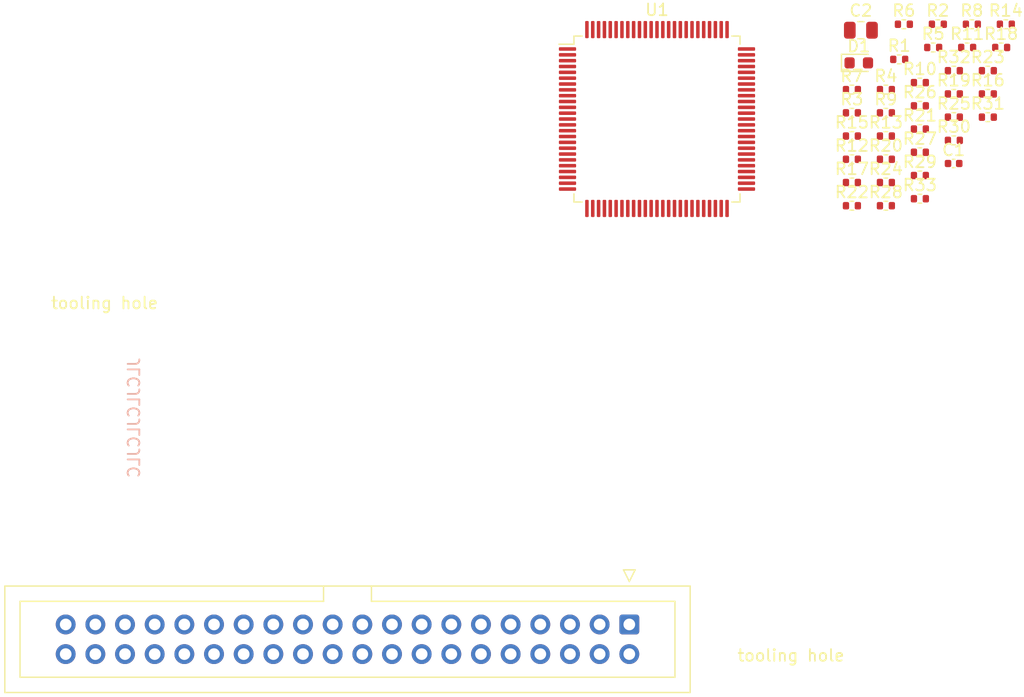
<source format=kicad_pcb>
(kicad_pcb (version 20171130) (host pcbnew 5.1.10)

  (general
    (thickness 1.6)
    (drawings 1)
    (tracks 0)
    (zones 0)
    (modules 40)
    (nets 159)
  )

  (page A4)
  (layers
    (0 F.Cu signal)
    (31 B.Cu signal)
    (32 B.Adhes user)
    (33 F.Adhes user)
    (34 B.Paste user)
    (35 F.Paste user)
    (36 B.SilkS user)
    (37 F.SilkS user)
    (38 B.Mask user)
    (39 F.Mask user)
    (40 Dwgs.User user)
    (41 Cmts.User user)
    (42 Eco1.User user)
    (43 Eco2.User user)
    (44 Edge.Cuts user)
    (45 Margin user)
    (46 B.CrtYd user)
    (47 F.CrtYd user)
    (48 B.Fab user)
    (49 F.Fab user)
  )

  (setup
    (last_trace_width 0.127)
    (user_trace_width 0.127)
    (user_trace_width 0.254)
    (user_trace_width 0.508)
    (user_trace_width 1)
    (trace_clearance 0.127)
    (zone_clearance 0.127)
    (zone_45_only no)
    (trace_min 0.127)
    (via_size 0.6)
    (via_drill 0.3)
    (via_min_size 0.6)
    (via_min_drill 0.3)
    (uvia_size 0.3)
    (uvia_drill 0.1)
    (uvias_allowed no)
    (uvia_min_size 0.2)
    (uvia_min_drill 0.1)
    (edge_width 0.05)
    (segment_width 0.2)
    (pcb_text_width 0.3)
    (pcb_text_size 1.5 1.5)
    (mod_edge_width 0.12)
    (mod_text_size 1 1)
    (mod_text_width 0.15)
    (pad_size 1.524 1.524)
    (pad_drill 0.762)
    (pad_to_mask_clearance 0.05)
    (aux_axis_origin 0 0)
    (grid_origin 53.245628 132.969876)
    (visible_elements FFFFFF7F)
    (pcbplotparams
      (layerselection 0x010fc_ffffffff)
      (usegerberextensions true)
      (usegerberattributes true)
      (usegerberadvancedattributes true)
      (creategerberjobfile true)
      (excludeedgelayer true)
      (linewidth 0.100000)
      (plotframeref false)
      (viasonmask false)
      (mode 1)
      (useauxorigin false)
      (hpglpennumber 1)
      (hpglpenspeed 20)
      (hpglpendiameter 15.000000)
      (psnegative false)
      (psa4output false)
      (plotreference true)
      (plotvalue true)
      (plotinvisibletext false)
      (padsonsilk false)
      (subtractmaskfromsilk false)
      (outputformat 1)
      (mirror false)
      (drillshape 0)
      (scaleselection 1)
      (outputdirectory "fab"))
  )

  (net 0 "")
  (net 1 /ACTIVE)
  (net 2 GND)
  (net 3 /D7)
  (net 4 /D6)
  (net 5 /D5)
  (net 6 /D4)
  (net 7 /D3)
  (net 8 /D2)
  (net 9 /D1)
  (net 10 /D0)
  (net 11 /D15)
  (net 12 /D14)
  (net 13 /D13)
  (net 14 /D12)
  (net 15 /D11)
  (net 16 /D10)
  (net 17 /D9)
  (net 18 /D8)
  (net 19 /CS1)
  (net 20 /DA2)
  (net 21 "Net-(J2-Pad34)")
  (net 22 "Net-(J2-Pad32)")
  (net 23 /CS0)
  (net 24 /DA0)
  (net 25 /DA1)
  (net 26 /IRQ)
  (net 27 /IO_CH_RD)
  (net 28 /IOR)
  (net 29 /IOW)
  (net 30 /DMA_ACK)
  (net 31 /DMA_RQ)
  (net 32 /RESET)
  (net 33 "Net-(C2-Pad1)")
  (net 34 +3V3)
  (net 35 "Net-(D1-Pad1)")
  (net 36 "Net-(R1-Pad2)")
  (net 37 "Net-(R2-Pad2)")
  (net 38 "Net-(R4-Pad2)")
  (net 39 "Net-(R5-Pad2)")
  (net 40 "Net-(R6-Pad2)")
  (net 41 "Net-(R17-Pad2)")
  (net 42 "Net-(R18-Pad1)")
  (net 43 "Net-(R9-Pad2)")
  (net 44 "Net-(R10-Pad2)")
  (net 45 "Net-(R11-Pad2)")
  (net 46 "Net-(R12-Pad2)")
  (net 47 "Net-(R13-Pad2)")
  (net 48 "Net-(R14-Pad1)")
  (net 49 "Net-(R15-Pad2)")
  (net 50 "Net-(R16-Pad2)")
  (net 51 "Net-(R19-Pad2)")
  (net 52 "Net-(R19-Pad1)")
  (net 53 "Net-(R21-Pad2)")
  (net 54 "Net-(R22-Pad2)")
  (net 55 "Net-(R23-Pad2)")
  (net 56 "Net-(R24-Pad2)")
  (net 57 "Net-(R25-Pad2)")
  (net 58 "Net-(R26-Pad2)")
  (net 59 "Net-(R27-Pad1)")
  (net 60 "Net-(R28-Pad2)")
  (net 61 "Net-(R29-Pad2)")
  (net 62 "Net-(R30-Pad2)")
  (net 63 "Net-(R31-Pad2)")
  (net 64 "Net-(R32-Pad2)")
  (net 65 "Net-(R33-Pad2)")
  (net 66 "Net-(U1-Pad100)")
  (net 67 "Net-(U1-Pad11)")
  (net 68 "Net-(U1-Pad98)")
  (net 69 "Net-(U1-Pad97)")
  (net 70 "Net-(U1-Pad96)")
  (net 71 "Net-(U1-Pad95)")
  (net 72 "Net-(U1-Pad94)")
  (net 73 "Net-(U1-Pad93)")
  (net 74 "Net-(U1-Pad92)")
  (net 75 "Net-(U1-Pad91)")
  (net 76 "Net-(U1-Pad90)")
  (net 77 "Net-(U1-Pad89)")
  (net 78 "Net-(U1-Pad88)")
  (net 79 "Net-(U1-Pad87)")
  (net 80 "Net-(U1-Pad86)")
  (net 81 "Net-(U1-Pad85)")
  (net 82 "Net-(U1-Pad84)")
  (net 83 "Net-(U1-Pad83)")
  (net 84 "Net-(U1-Pad82)")
  (net 85 "Net-(U1-Pad10)")
  (net 86 "Net-(U1-Pad79)")
  (net 87 "Net-(U1-Pad78)")
  (net 88 "Net-(U1-Pad77)")
  (net 89 "Net-(U1-Pad76)")
  (net 90 "Net-(U1-Pad75)")
  (net 91 "Net-(U1-Pad74)")
  (net 92 "Net-(U1-Pad73)")
  (net 93 "Net-(U1-Pad72)")
  (net 94 "Net-(U1-Pad71)")
  (net 95 "Net-(U1-Pad70)")
  (net 96 "Net-(U1-Pad69)")
  (net 97 "Net-(U1-Pad68)")
  (net 98 "Net-(U1-Pad67)")
  (net 99 "Net-(U1-Pad66)")
  (net 100 "Net-(U1-Pad65)")
  (net 101 "Net-(U1-Pad64)")
  (net 102 "Net-(U1-Pad63)")
  (net 103 "Net-(U1-Pad60)")
  (net 104 "Net-(U1-Pad59)")
  (net 105 "Net-(U1-Pad58)")
  (net 106 "Net-(U1-Pad57)")
  (net 107 "Net-(U1-Pad56)")
  (net 108 "Net-(U1-Pad55)")
  (net 109 "Net-(U1-Pad54)")
  (net 110 "Net-(U1-Pad53)")
  (net 111 "Net-(U1-Pad52)")
  (net 112 "Net-(U1-Pad51)")
  (net 113 "Net-(U1-Pad50)")
  (net 114 "Net-(U1-Pad49)")
  (net 115 "Net-(U1-Pad48)")
  (net 116 "Net-(U1-Pad47)")
  (net 117 "Net-(U1-Pad46)")
  (net 118 "Net-(U1-Pad45)")
  (net 119 "Net-(U1-Pad44)")
  (net 120 "Net-(U1-Pad43)")
  (net 121 "Net-(U1-Pad42)")
  (net 122 "Net-(U1-Pad41)")
  (net 123 "Net-(U1-Pad40)")
  (net 124 "Net-(U1-Pad39)")
  (net 125 "Net-(U1-Pad38)")
  (net 126 "Net-(U1-Pad37)")
  (net 127 "Net-(U1-Pad36)")
  (net 128 "Net-(U1-Pad35)")
  (net 129 "Net-(U1-Pad34)")
  (net 130 "Net-(U1-Pad33)")
  (net 131 "Net-(U1-Pad30)")
  (net 132 "Net-(U1-Pad29)")
  (net 133 "Net-(U1-Pad28)")
  (net 134 "Net-(U1-Pad27)")
  (net 135 "Net-(U1-Pad26)")
  (net 136 "Net-(U1-Pad25)")
  (net 137 "Net-(U1-Pad24)")
  (net 138 "Net-(U1-Pad23)")
  (net 139 "Net-(U1-Pad22)")
  (net 140 "Net-(U1-Pad21)")
  (net 141 "Net-(U1-Pad20)")
  (net 142 "Net-(U1-Pad19)")
  (net 143 "Net-(U1-Pad18)")
  (net 144 "Net-(U1-Pad17)")
  (net 145 "Net-(U1-Pad16)")
  (net 146 "Net-(U1-Pad15)")
  (net 147 "Net-(U1-Pad14)")
  (net 148 "Net-(U1-Pad13)")
  (net 149 "Net-(U1-Pad12)")
  (net 150 "Net-(U1-Pad9)")
  (net 151 "Net-(U1-Pad8)")
  (net 152 "Net-(U1-Pad7)")
  (net 153 "Net-(U1-Pad6)")
  (net 154 "Net-(U1-Pad5)")
  (net 155 "Net-(U1-Pad4)")
  (net 156 "Net-(U1-Pad3)")
  (net 157 "Net-(U1-Pad2)")
  (net 158 "Net-(U1-Pad1)")

  (net_class Default "This is the default net class."
    (clearance 0.127)
    (trace_width 0.127)
    (via_dia 0.6)
    (via_drill 0.3)
    (uvia_dia 0.3)
    (uvia_drill 0.1)
    (add_net +3V3)
    (add_net /ACTIVE)
    (add_net /CS0)
    (add_net /CS1)
    (add_net /D0)
    (add_net /D1)
    (add_net /D10)
    (add_net /D11)
    (add_net /D12)
    (add_net /D13)
    (add_net /D14)
    (add_net /D15)
    (add_net /D2)
    (add_net /D3)
    (add_net /D4)
    (add_net /D5)
    (add_net /D6)
    (add_net /D7)
    (add_net /D8)
    (add_net /D9)
    (add_net /DA0)
    (add_net /DA1)
    (add_net /DA2)
    (add_net /DMA_ACK)
    (add_net /DMA_RQ)
    (add_net /IOR)
    (add_net /IOW)
    (add_net /IO_CH_RD)
    (add_net /IRQ)
    (add_net /RESET)
    (add_net GND)
    (add_net "Net-(C2-Pad1)")
    (add_net "Net-(D1-Pad1)")
    (add_net "Net-(J2-Pad32)")
    (add_net "Net-(J2-Pad34)")
    (add_net "Net-(R1-Pad2)")
    (add_net "Net-(R10-Pad2)")
    (add_net "Net-(R11-Pad2)")
    (add_net "Net-(R12-Pad2)")
    (add_net "Net-(R13-Pad2)")
    (add_net "Net-(R14-Pad1)")
    (add_net "Net-(R15-Pad2)")
    (add_net "Net-(R16-Pad2)")
    (add_net "Net-(R17-Pad2)")
    (add_net "Net-(R18-Pad1)")
    (add_net "Net-(R19-Pad1)")
    (add_net "Net-(R19-Pad2)")
    (add_net "Net-(R2-Pad2)")
    (add_net "Net-(R21-Pad2)")
    (add_net "Net-(R22-Pad2)")
    (add_net "Net-(R23-Pad2)")
    (add_net "Net-(R24-Pad2)")
    (add_net "Net-(R25-Pad2)")
    (add_net "Net-(R26-Pad2)")
    (add_net "Net-(R27-Pad1)")
    (add_net "Net-(R28-Pad2)")
    (add_net "Net-(R29-Pad2)")
    (add_net "Net-(R30-Pad2)")
    (add_net "Net-(R31-Pad2)")
    (add_net "Net-(R32-Pad2)")
    (add_net "Net-(R33-Pad2)")
    (add_net "Net-(R4-Pad2)")
    (add_net "Net-(R5-Pad2)")
    (add_net "Net-(R6-Pad2)")
    (add_net "Net-(R9-Pad2)")
    (add_net "Net-(U1-Pad1)")
    (add_net "Net-(U1-Pad10)")
    (add_net "Net-(U1-Pad100)")
    (add_net "Net-(U1-Pad11)")
    (add_net "Net-(U1-Pad12)")
    (add_net "Net-(U1-Pad13)")
    (add_net "Net-(U1-Pad14)")
    (add_net "Net-(U1-Pad15)")
    (add_net "Net-(U1-Pad16)")
    (add_net "Net-(U1-Pad17)")
    (add_net "Net-(U1-Pad18)")
    (add_net "Net-(U1-Pad19)")
    (add_net "Net-(U1-Pad2)")
    (add_net "Net-(U1-Pad20)")
    (add_net "Net-(U1-Pad21)")
    (add_net "Net-(U1-Pad22)")
    (add_net "Net-(U1-Pad23)")
    (add_net "Net-(U1-Pad24)")
    (add_net "Net-(U1-Pad25)")
    (add_net "Net-(U1-Pad26)")
    (add_net "Net-(U1-Pad27)")
    (add_net "Net-(U1-Pad28)")
    (add_net "Net-(U1-Pad29)")
    (add_net "Net-(U1-Pad3)")
    (add_net "Net-(U1-Pad30)")
    (add_net "Net-(U1-Pad33)")
    (add_net "Net-(U1-Pad34)")
    (add_net "Net-(U1-Pad35)")
    (add_net "Net-(U1-Pad36)")
    (add_net "Net-(U1-Pad37)")
    (add_net "Net-(U1-Pad38)")
    (add_net "Net-(U1-Pad39)")
    (add_net "Net-(U1-Pad4)")
    (add_net "Net-(U1-Pad40)")
    (add_net "Net-(U1-Pad41)")
    (add_net "Net-(U1-Pad42)")
    (add_net "Net-(U1-Pad43)")
    (add_net "Net-(U1-Pad44)")
    (add_net "Net-(U1-Pad45)")
    (add_net "Net-(U1-Pad46)")
    (add_net "Net-(U1-Pad47)")
    (add_net "Net-(U1-Pad48)")
    (add_net "Net-(U1-Pad49)")
    (add_net "Net-(U1-Pad5)")
    (add_net "Net-(U1-Pad50)")
    (add_net "Net-(U1-Pad51)")
    (add_net "Net-(U1-Pad52)")
    (add_net "Net-(U1-Pad53)")
    (add_net "Net-(U1-Pad54)")
    (add_net "Net-(U1-Pad55)")
    (add_net "Net-(U1-Pad56)")
    (add_net "Net-(U1-Pad57)")
    (add_net "Net-(U1-Pad58)")
    (add_net "Net-(U1-Pad59)")
    (add_net "Net-(U1-Pad6)")
    (add_net "Net-(U1-Pad60)")
    (add_net "Net-(U1-Pad63)")
    (add_net "Net-(U1-Pad64)")
    (add_net "Net-(U1-Pad65)")
    (add_net "Net-(U1-Pad66)")
    (add_net "Net-(U1-Pad67)")
    (add_net "Net-(U1-Pad68)")
    (add_net "Net-(U1-Pad69)")
    (add_net "Net-(U1-Pad7)")
    (add_net "Net-(U1-Pad70)")
    (add_net "Net-(U1-Pad71)")
    (add_net "Net-(U1-Pad72)")
    (add_net "Net-(U1-Pad73)")
    (add_net "Net-(U1-Pad74)")
    (add_net "Net-(U1-Pad75)")
    (add_net "Net-(U1-Pad76)")
    (add_net "Net-(U1-Pad77)")
    (add_net "Net-(U1-Pad78)")
    (add_net "Net-(U1-Pad79)")
    (add_net "Net-(U1-Pad8)")
    (add_net "Net-(U1-Pad82)")
    (add_net "Net-(U1-Pad83)")
    (add_net "Net-(U1-Pad84)")
    (add_net "Net-(U1-Pad85)")
    (add_net "Net-(U1-Pad86)")
    (add_net "Net-(U1-Pad87)")
    (add_net "Net-(U1-Pad88)")
    (add_net "Net-(U1-Pad89)")
    (add_net "Net-(U1-Pad9)")
    (add_net "Net-(U1-Pad90)")
    (add_net "Net-(U1-Pad91)")
    (add_net "Net-(U1-Pad92)")
    (add_net "Net-(U1-Pad93)")
    (add_net "Net-(U1-Pad94)")
    (add_net "Net-(U1-Pad95)")
    (add_net "Net-(U1-Pad96)")
    (add_net "Net-(U1-Pad97)")
    (add_net "Net-(U1-Pad98)")
  )

  (module Package_QFP:TQFP-100_14x14mm_P0.5mm (layer F.Cu) (tedit 5D9F72B1) (tstamp 60FF1F5B)
    (at 95.155628 127.889876)
    (descr "TQFP, 100 Pin (http://www.microsemi.com/index.php?option=com_docman&task=doc_download&gid=131095), generated with kicad-footprint-generator ipc_gullwing_generator.py")
    (tags "TQFP QFP")
    (path /610580EC)
    (attr smd)
    (fp_text reference U1 (at 0 -9.35) (layer F.SilkS)
      (effects (font (size 1 1) (thickness 0.15)))
    )
    (fp_text value ATmega2560-16AU (at 0 9.35) (layer F.Fab)
      (effects (font (size 1 1) (thickness 0.15)))
    )
    (fp_text user %R (at 0 0) (layer F.Fab)
      (effects (font (size 1 1) (thickness 0.15)))
    )
    (fp_line (start 6.41 7.11) (end 7.11 7.11) (layer F.SilkS) (width 0.12))
    (fp_line (start 7.11 7.11) (end 7.11 6.41) (layer F.SilkS) (width 0.12))
    (fp_line (start -6.41 7.11) (end -7.11 7.11) (layer F.SilkS) (width 0.12))
    (fp_line (start -7.11 7.11) (end -7.11 6.41) (layer F.SilkS) (width 0.12))
    (fp_line (start 6.41 -7.11) (end 7.11 -7.11) (layer F.SilkS) (width 0.12))
    (fp_line (start 7.11 -7.11) (end 7.11 -6.41) (layer F.SilkS) (width 0.12))
    (fp_line (start -6.41 -7.11) (end -7.11 -7.11) (layer F.SilkS) (width 0.12))
    (fp_line (start -7.11 -7.11) (end -7.11 -6.41) (layer F.SilkS) (width 0.12))
    (fp_line (start -7.11 -6.41) (end -8.4 -6.41) (layer F.SilkS) (width 0.12))
    (fp_line (start -6 -7) (end 7 -7) (layer F.Fab) (width 0.1))
    (fp_line (start 7 -7) (end 7 7) (layer F.Fab) (width 0.1))
    (fp_line (start 7 7) (end -7 7) (layer F.Fab) (width 0.1))
    (fp_line (start -7 7) (end -7 -6) (layer F.Fab) (width 0.1))
    (fp_line (start -7 -6) (end -6 -7) (layer F.Fab) (width 0.1))
    (fp_line (start 0 -8.65) (end -6.4 -8.65) (layer F.CrtYd) (width 0.05))
    (fp_line (start -6.4 -8.65) (end -6.4 -7.25) (layer F.CrtYd) (width 0.05))
    (fp_line (start -6.4 -7.25) (end -7.25 -7.25) (layer F.CrtYd) (width 0.05))
    (fp_line (start -7.25 -7.25) (end -7.25 -6.4) (layer F.CrtYd) (width 0.05))
    (fp_line (start -7.25 -6.4) (end -8.65 -6.4) (layer F.CrtYd) (width 0.05))
    (fp_line (start -8.65 -6.4) (end -8.65 0) (layer F.CrtYd) (width 0.05))
    (fp_line (start 0 -8.65) (end 6.4 -8.65) (layer F.CrtYd) (width 0.05))
    (fp_line (start 6.4 -8.65) (end 6.4 -7.25) (layer F.CrtYd) (width 0.05))
    (fp_line (start 6.4 -7.25) (end 7.25 -7.25) (layer F.CrtYd) (width 0.05))
    (fp_line (start 7.25 -7.25) (end 7.25 -6.4) (layer F.CrtYd) (width 0.05))
    (fp_line (start 7.25 -6.4) (end 8.65 -6.4) (layer F.CrtYd) (width 0.05))
    (fp_line (start 8.65 -6.4) (end 8.65 0) (layer F.CrtYd) (width 0.05))
    (fp_line (start 0 8.65) (end -6.4 8.65) (layer F.CrtYd) (width 0.05))
    (fp_line (start -6.4 8.65) (end -6.4 7.25) (layer F.CrtYd) (width 0.05))
    (fp_line (start -6.4 7.25) (end -7.25 7.25) (layer F.CrtYd) (width 0.05))
    (fp_line (start -7.25 7.25) (end -7.25 6.4) (layer F.CrtYd) (width 0.05))
    (fp_line (start -7.25 6.4) (end -8.65 6.4) (layer F.CrtYd) (width 0.05))
    (fp_line (start -8.65 6.4) (end -8.65 0) (layer F.CrtYd) (width 0.05))
    (fp_line (start 0 8.65) (end 6.4 8.65) (layer F.CrtYd) (width 0.05))
    (fp_line (start 6.4 8.65) (end 6.4 7.25) (layer F.CrtYd) (width 0.05))
    (fp_line (start 6.4 7.25) (end 7.25 7.25) (layer F.CrtYd) (width 0.05))
    (fp_line (start 7.25 7.25) (end 7.25 6.4) (layer F.CrtYd) (width 0.05))
    (fp_line (start 7.25 6.4) (end 8.65 6.4) (layer F.CrtYd) (width 0.05))
    (fp_line (start 8.65 6.4) (end 8.65 0) (layer F.CrtYd) (width 0.05))
    (pad 100 smd roundrect (at -6 -7.6625) (size 0.3 1.475) (layers F.Cu F.Paste F.Mask) (roundrect_rratio 0.25)
      (net 66 "Net-(U1-Pad100)"))
    (pad 99 smd roundrect (at -5.5 -7.6625) (size 0.3 1.475) (layers F.Cu F.Paste F.Mask) (roundrect_rratio 0.25)
      (net 67 "Net-(U1-Pad11)"))
    (pad 98 smd roundrect (at -5 -7.6625) (size 0.3 1.475) (layers F.Cu F.Paste F.Mask) (roundrect_rratio 0.25)
      (net 68 "Net-(U1-Pad98)"))
    (pad 97 smd roundrect (at -4.5 -7.6625) (size 0.3 1.475) (layers F.Cu F.Paste F.Mask) (roundrect_rratio 0.25)
      (net 69 "Net-(U1-Pad97)"))
    (pad 96 smd roundrect (at -4 -7.6625) (size 0.3 1.475) (layers F.Cu F.Paste F.Mask) (roundrect_rratio 0.25)
      (net 70 "Net-(U1-Pad96)"))
    (pad 95 smd roundrect (at -3.5 -7.6625) (size 0.3 1.475) (layers F.Cu F.Paste F.Mask) (roundrect_rratio 0.25)
      (net 71 "Net-(U1-Pad95)"))
    (pad 94 smd roundrect (at -3 -7.6625) (size 0.3 1.475) (layers F.Cu F.Paste F.Mask) (roundrect_rratio 0.25)
      (net 72 "Net-(U1-Pad94)"))
    (pad 93 smd roundrect (at -2.5 -7.6625) (size 0.3 1.475) (layers F.Cu F.Paste F.Mask) (roundrect_rratio 0.25)
      (net 73 "Net-(U1-Pad93)"))
    (pad 92 smd roundrect (at -2 -7.6625) (size 0.3 1.475) (layers F.Cu F.Paste F.Mask) (roundrect_rratio 0.25)
      (net 74 "Net-(U1-Pad92)"))
    (pad 91 smd roundrect (at -1.5 -7.6625) (size 0.3 1.475) (layers F.Cu F.Paste F.Mask) (roundrect_rratio 0.25)
      (net 75 "Net-(U1-Pad91)"))
    (pad 90 smd roundrect (at -1 -7.6625) (size 0.3 1.475) (layers F.Cu F.Paste F.Mask) (roundrect_rratio 0.25)
      (net 76 "Net-(U1-Pad90)"))
    (pad 89 smd roundrect (at -0.5 -7.6625) (size 0.3 1.475) (layers F.Cu F.Paste F.Mask) (roundrect_rratio 0.25)
      (net 77 "Net-(U1-Pad89)"))
    (pad 88 smd roundrect (at 0 -7.6625) (size 0.3 1.475) (layers F.Cu F.Paste F.Mask) (roundrect_rratio 0.25)
      (net 78 "Net-(U1-Pad88)"))
    (pad 87 smd roundrect (at 0.5 -7.6625) (size 0.3 1.475) (layers F.Cu F.Paste F.Mask) (roundrect_rratio 0.25)
      (net 79 "Net-(U1-Pad87)"))
    (pad 86 smd roundrect (at 1 -7.6625) (size 0.3 1.475) (layers F.Cu F.Paste F.Mask) (roundrect_rratio 0.25)
      (net 80 "Net-(U1-Pad86)"))
    (pad 85 smd roundrect (at 1.5 -7.6625) (size 0.3 1.475) (layers F.Cu F.Paste F.Mask) (roundrect_rratio 0.25)
      (net 81 "Net-(U1-Pad85)"))
    (pad 84 smd roundrect (at 2 -7.6625) (size 0.3 1.475) (layers F.Cu F.Paste F.Mask) (roundrect_rratio 0.25)
      (net 82 "Net-(U1-Pad84)"))
    (pad 83 smd roundrect (at 2.5 -7.6625) (size 0.3 1.475) (layers F.Cu F.Paste F.Mask) (roundrect_rratio 0.25)
      (net 83 "Net-(U1-Pad83)"))
    (pad 82 smd roundrect (at 3 -7.6625) (size 0.3 1.475) (layers F.Cu F.Paste F.Mask) (roundrect_rratio 0.25)
      (net 84 "Net-(U1-Pad82)"))
    (pad 81 smd roundrect (at 3.5 -7.6625) (size 0.3 1.475) (layers F.Cu F.Paste F.Mask) (roundrect_rratio 0.25)
      (net 67 "Net-(U1-Pad11)"))
    (pad 80 smd roundrect (at 4 -7.6625) (size 0.3 1.475) (layers F.Cu F.Paste F.Mask) (roundrect_rratio 0.25)
      (net 85 "Net-(U1-Pad10)"))
    (pad 79 smd roundrect (at 4.5 -7.6625) (size 0.3 1.475) (layers F.Cu F.Paste F.Mask) (roundrect_rratio 0.25)
      (net 86 "Net-(U1-Pad79)"))
    (pad 78 smd roundrect (at 5 -7.6625) (size 0.3 1.475) (layers F.Cu F.Paste F.Mask) (roundrect_rratio 0.25)
      (net 87 "Net-(U1-Pad78)"))
    (pad 77 smd roundrect (at 5.5 -7.6625) (size 0.3 1.475) (layers F.Cu F.Paste F.Mask) (roundrect_rratio 0.25)
      (net 88 "Net-(U1-Pad77)"))
    (pad 76 smd roundrect (at 6 -7.6625) (size 0.3 1.475) (layers F.Cu F.Paste F.Mask) (roundrect_rratio 0.25)
      (net 89 "Net-(U1-Pad76)"))
    (pad 75 smd roundrect (at 7.6625 -6) (size 1.475 0.3) (layers F.Cu F.Paste F.Mask) (roundrect_rratio 0.25)
      (net 90 "Net-(U1-Pad75)"))
    (pad 74 smd roundrect (at 7.6625 -5.5) (size 1.475 0.3) (layers F.Cu F.Paste F.Mask) (roundrect_rratio 0.25)
      (net 91 "Net-(U1-Pad74)"))
    (pad 73 smd roundrect (at 7.6625 -5) (size 1.475 0.3) (layers F.Cu F.Paste F.Mask) (roundrect_rratio 0.25)
      (net 92 "Net-(U1-Pad73)"))
    (pad 72 smd roundrect (at 7.6625 -4.5) (size 1.475 0.3) (layers F.Cu F.Paste F.Mask) (roundrect_rratio 0.25)
      (net 93 "Net-(U1-Pad72)"))
    (pad 71 smd roundrect (at 7.6625 -4) (size 1.475 0.3) (layers F.Cu F.Paste F.Mask) (roundrect_rratio 0.25)
      (net 94 "Net-(U1-Pad71)"))
    (pad 70 smd roundrect (at 7.6625 -3.5) (size 1.475 0.3) (layers F.Cu F.Paste F.Mask) (roundrect_rratio 0.25)
      (net 95 "Net-(U1-Pad70)"))
    (pad 69 smd roundrect (at 7.6625 -3) (size 1.475 0.3) (layers F.Cu F.Paste F.Mask) (roundrect_rratio 0.25)
      (net 96 "Net-(U1-Pad69)"))
    (pad 68 smd roundrect (at 7.6625 -2.5) (size 1.475 0.3) (layers F.Cu F.Paste F.Mask) (roundrect_rratio 0.25)
      (net 97 "Net-(U1-Pad68)"))
    (pad 67 smd roundrect (at 7.6625 -2) (size 1.475 0.3) (layers F.Cu F.Paste F.Mask) (roundrect_rratio 0.25)
      (net 98 "Net-(U1-Pad67)"))
    (pad 66 smd roundrect (at 7.6625 -1.5) (size 1.475 0.3) (layers F.Cu F.Paste F.Mask) (roundrect_rratio 0.25)
      (net 99 "Net-(U1-Pad66)"))
    (pad 65 smd roundrect (at 7.6625 -1) (size 1.475 0.3) (layers F.Cu F.Paste F.Mask) (roundrect_rratio 0.25)
      (net 100 "Net-(U1-Pad65)"))
    (pad 64 smd roundrect (at 7.6625 -0.5) (size 1.475 0.3) (layers F.Cu F.Paste F.Mask) (roundrect_rratio 0.25)
      (net 101 "Net-(U1-Pad64)"))
    (pad 63 smd roundrect (at 7.6625 0) (size 1.475 0.3) (layers F.Cu F.Paste F.Mask) (roundrect_rratio 0.25)
      (net 102 "Net-(U1-Pad63)"))
    (pad 62 smd roundrect (at 7.6625 0.5) (size 1.475 0.3) (layers F.Cu F.Paste F.Mask) (roundrect_rratio 0.25)
      (net 67 "Net-(U1-Pad11)"))
    (pad 61 smd roundrect (at 7.6625 1) (size 1.475 0.3) (layers F.Cu F.Paste F.Mask) (roundrect_rratio 0.25)
      (net 85 "Net-(U1-Pad10)"))
    (pad 60 smd roundrect (at 7.6625 1.5) (size 1.475 0.3) (layers F.Cu F.Paste F.Mask) (roundrect_rratio 0.25)
      (net 103 "Net-(U1-Pad60)"))
    (pad 59 smd roundrect (at 7.6625 2) (size 1.475 0.3) (layers F.Cu F.Paste F.Mask) (roundrect_rratio 0.25)
      (net 104 "Net-(U1-Pad59)"))
    (pad 58 smd roundrect (at 7.6625 2.5) (size 1.475 0.3) (layers F.Cu F.Paste F.Mask) (roundrect_rratio 0.25)
      (net 105 "Net-(U1-Pad58)"))
    (pad 57 smd roundrect (at 7.6625 3) (size 1.475 0.3) (layers F.Cu F.Paste F.Mask) (roundrect_rratio 0.25)
      (net 106 "Net-(U1-Pad57)"))
    (pad 56 smd roundrect (at 7.6625 3.5) (size 1.475 0.3) (layers F.Cu F.Paste F.Mask) (roundrect_rratio 0.25)
      (net 107 "Net-(U1-Pad56)"))
    (pad 55 smd roundrect (at 7.6625 4) (size 1.475 0.3) (layers F.Cu F.Paste F.Mask) (roundrect_rratio 0.25)
      (net 108 "Net-(U1-Pad55)"))
    (pad 54 smd roundrect (at 7.6625 4.5) (size 1.475 0.3) (layers F.Cu F.Paste F.Mask) (roundrect_rratio 0.25)
      (net 109 "Net-(U1-Pad54)"))
    (pad 53 smd roundrect (at 7.6625 5) (size 1.475 0.3) (layers F.Cu F.Paste F.Mask) (roundrect_rratio 0.25)
      (net 110 "Net-(U1-Pad53)"))
    (pad 52 smd roundrect (at 7.6625 5.5) (size 1.475 0.3) (layers F.Cu F.Paste F.Mask) (roundrect_rratio 0.25)
      (net 111 "Net-(U1-Pad52)"))
    (pad 51 smd roundrect (at 7.6625 6) (size 1.475 0.3) (layers F.Cu F.Paste F.Mask) (roundrect_rratio 0.25)
      (net 112 "Net-(U1-Pad51)"))
    (pad 50 smd roundrect (at 6 7.6625) (size 0.3 1.475) (layers F.Cu F.Paste F.Mask) (roundrect_rratio 0.25)
      (net 113 "Net-(U1-Pad50)"))
    (pad 49 smd roundrect (at 5.5 7.6625) (size 0.3 1.475) (layers F.Cu F.Paste F.Mask) (roundrect_rratio 0.25)
      (net 114 "Net-(U1-Pad49)"))
    (pad 48 smd roundrect (at 5 7.6625) (size 0.3 1.475) (layers F.Cu F.Paste F.Mask) (roundrect_rratio 0.25)
      (net 115 "Net-(U1-Pad48)"))
    (pad 47 smd roundrect (at 4.5 7.6625) (size 0.3 1.475) (layers F.Cu F.Paste F.Mask) (roundrect_rratio 0.25)
      (net 116 "Net-(U1-Pad47)"))
    (pad 46 smd roundrect (at 4 7.6625) (size 0.3 1.475) (layers F.Cu F.Paste F.Mask) (roundrect_rratio 0.25)
      (net 117 "Net-(U1-Pad46)"))
    (pad 45 smd roundrect (at 3.5 7.6625) (size 0.3 1.475) (layers F.Cu F.Paste F.Mask) (roundrect_rratio 0.25)
      (net 118 "Net-(U1-Pad45)"))
    (pad 44 smd roundrect (at 3 7.6625) (size 0.3 1.475) (layers F.Cu F.Paste F.Mask) (roundrect_rratio 0.25)
      (net 119 "Net-(U1-Pad44)"))
    (pad 43 smd roundrect (at 2.5 7.6625) (size 0.3 1.475) (layers F.Cu F.Paste F.Mask) (roundrect_rratio 0.25)
      (net 120 "Net-(U1-Pad43)"))
    (pad 42 smd roundrect (at 2 7.6625) (size 0.3 1.475) (layers F.Cu F.Paste F.Mask) (roundrect_rratio 0.25)
      (net 121 "Net-(U1-Pad42)"))
    (pad 41 smd roundrect (at 1.5 7.6625) (size 0.3 1.475) (layers F.Cu F.Paste F.Mask) (roundrect_rratio 0.25)
      (net 122 "Net-(U1-Pad41)"))
    (pad 40 smd roundrect (at 1 7.6625) (size 0.3 1.475) (layers F.Cu F.Paste F.Mask) (roundrect_rratio 0.25)
      (net 123 "Net-(U1-Pad40)"))
    (pad 39 smd roundrect (at 0.5 7.6625) (size 0.3 1.475) (layers F.Cu F.Paste F.Mask) (roundrect_rratio 0.25)
      (net 124 "Net-(U1-Pad39)"))
    (pad 38 smd roundrect (at 0 7.6625) (size 0.3 1.475) (layers F.Cu F.Paste F.Mask) (roundrect_rratio 0.25)
      (net 125 "Net-(U1-Pad38)"))
    (pad 37 smd roundrect (at -0.5 7.6625) (size 0.3 1.475) (layers F.Cu F.Paste F.Mask) (roundrect_rratio 0.25)
      (net 126 "Net-(U1-Pad37)"))
    (pad 36 smd roundrect (at -1 7.6625) (size 0.3 1.475) (layers F.Cu F.Paste F.Mask) (roundrect_rratio 0.25)
      (net 127 "Net-(U1-Pad36)"))
    (pad 35 smd roundrect (at -1.5 7.6625) (size 0.3 1.475) (layers F.Cu F.Paste F.Mask) (roundrect_rratio 0.25)
      (net 128 "Net-(U1-Pad35)"))
    (pad 34 smd roundrect (at -2 7.6625) (size 0.3 1.475) (layers F.Cu F.Paste F.Mask) (roundrect_rratio 0.25)
      (net 129 "Net-(U1-Pad34)"))
    (pad 33 smd roundrect (at -2.5 7.6625) (size 0.3 1.475) (layers F.Cu F.Paste F.Mask) (roundrect_rratio 0.25)
      (net 130 "Net-(U1-Pad33)"))
    (pad 32 smd roundrect (at -3 7.6625) (size 0.3 1.475) (layers F.Cu F.Paste F.Mask) (roundrect_rratio 0.25)
      (net 67 "Net-(U1-Pad11)"))
    (pad 31 smd roundrect (at -3.5 7.6625) (size 0.3 1.475) (layers F.Cu F.Paste F.Mask) (roundrect_rratio 0.25)
      (net 85 "Net-(U1-Pad10)"))
    (pad 30 smd roundrect (at -4 7.6625) (size 0.3 1.475) (layers F.Cu F.Paste F.Mask) (roundrect_rratio 0.25)
      (net 131 "Net-(U1-Pad30)"))
    (pad 29 smd roundrect (at -4.5 7.6625) (size 0.3 1.475) (layers F.Cu F.Paste F.Mask) (roundrect_rratio 0.25)
      (net 132 "Net-(U1-Pad29)"))
    (pad 28 smd roundrect (at -5 7.6625) (size 0.3 1.475) (layers F.Cu F.Paste F.Mask) (roundrect_rratio 0.25)
      (net 133 "Net-(U1-Pad28)"))
    (pad 27 smd roundrect (at -5.5 7.6625) (size 0.3 1.475) (layers F.Cu F.Paste F.Mask) (roundrect_rratio 0.25)
      (net 134 "Net-(U1-Pad27)"))
    (pad 26 smd roundrect (at -6 7.6625) (size 0.3 1.475) (layers F.Cu F.Paste F.Mask) (roundrect_rratio 0.25)
      (net 135 "Net-(U1-Pad26)"))
    (pad 25 smd roundrect (at -7.6625 6) (size 1.475 0.3) (layers F.Cu F.Paste F.Mask) (roundrect_rratio 0.25)
      (net 136 "Net-(U1-Pad25)"))
    (pad 24 smd roundrect (at -7.6625 5.5) (size 1.475 0.3) (layers F.Cu F.Paste F.Mask) (roundrect_rratio 0.25)
      (net 137 "Net-(U1-Pad24)"))
    (pad 23 smd roundrect (at -7.6625 5) (size 1.475 0.3) (layers F.Cu F.Paste F.Mask) (roundrect_rratio 0.25)
      (net 138 "Net-(U1-Pad23)"))
    (pad 22 smd roundrect (at -7.6625 4.5) (size 1.475 0.3) (layers F.Cu F.Paste F.Mask) (roundrect_rratio 0.25)
      (net 139 "Net-(U1-Pad22)"))
    (pad 21 smd roundrect (at -7.6625 4) (size 1.475 0.3) (layers F.Cu F.Paste F.Mask) (roundrect_rratio 0.25)
      (net 140 "Net-(U1-Pad21)"))
    (pad 20 smd roundrect (at -7.6625 3.5) (size 1.475 0.3) (layers F.Cu F.Paste F.Mask) (roundrect_rratio 0.25)
      (net 141 "Net-(U1-Pad20)"))
    (pad 19 smd roundrect (at -7.6625 3) (size 1.475 0.3) (layers F.Cu F.Paste F.Mask) (roundrect_rratio 0.25)
      (net 142 "Net-(U1-Pad19)"))
    (pad 18 smd roundrect (at -7.6625 2.5) (size 1.475 0.3) (layers F.Cu F.Paste F.Mask) (roundrect_rratio 0.25)
      (net 143 "Net-(U1-Pad18)"))
    (pad 17 smd roundrect (at -7.6625 2) (size 1.475 0.3) (layers F.Cu F.Paste F.Mask) (roundrect_rratio 0.25)
      (net 144 "Net-(U1-Pad17)"))
    (pad 16 smd roundrect (at -7.6625 1.5) (size 1.475 0.3) (layers F.Cu F.Paste F.Mask) (roundrect_rratio 0.25)
      (net 145 "Net-(U1-Pad16)"))
    (pad 15 smd roundrect (at -7.6625 1) (size 1.475 0.3) (layers F.Cu F.Paste F.Mask) (roundrect_rratio 0.25)
      (net 146 "Net-(U1-Pad15)"))
    (pad 14 smd roundrect (at -7.6625 0.5) (size 1.475 0.3) (layers F.Cu F.Paste F.Mask) (roundrect_rratio 0.25)
      (net 147 "Net-(U1-Pad14)"))
    (pad 13 smd roundrect (at -7.6625 0) (size 1.475 0.3) (layers F.Cu F.Paste F.Mask) (roundrect_rratio 0.25)
      (net 148 "Net-(U1-Pad13)"))
    (pad 12 smd roundrect (at -7.6625 -0.5) (size 1.475 0.3) (layers F.Cu F.Paste F.Mask) (roundrect_rratio 0.25)
      (net 149 "Net-(U1-Pad12)"))
    (pad 11 smd roundrect (at -7.6625 -1) (size 1.475 0.3) (layers F.Cu F.Paste F.Mask) (roundrect_rratio 0.25)
      (net 67 "Net-(U1-Pad11)"))
    (pad 10 smd roundrect (at -7.6625 -1.5) (size 1.475 0.3) (layers F.Cu F.Paste F.Mask) (roundrect_rratio 0.25)
      (net 85 "Net-(U1-Pad10)"))
    (pad 9 smd roundrect (at -7.6625 -2) (size 1.475 0.3) (layers F.Cu F.Paste F.Mask) (roundrect_rratio 0.25)
      (net 150 "Net-(U1-Pad9)"))
    (pad 8 smd roundrect (at -7.6625 -2.5) (size 1.475 0.3) (layers F.Cu F.Paste F.Mask) (roundrect_rratio 0.25)
      (net 151 "Net-(U1-Pad8)"))
    (pad 7 smd roundrect (at -7.6625 -3) (size 1.475 0.3) (layers F.Cu F.Paste F.Mask) (roundrect_rratio 0.25)
      (net 152 "Net-(U1-Pad7)"))
    (pad 6 smd roundrect (at -7.6625 -3.5) (size 1.475 0.3) (layers F.Cu F.Paste F.Mask) (roundrect_rratio 0.25)
      (net 153 "Net-(U1-Pad6)"))
    (pad 5 smd roundrect (at -7.6625 -4) (size 1.475 0.3) (layers F.Cu F.Paste F.Mask) (roundrect_rratio 0.25)
      (net 154 "Net-(U1-Pad5)"))
    (pad 4 smd roundrect (at -7.6625 -4.5) (size 1.475 0.3) (layers F.Cu F.Paste F.Mask) (roundrect_rratio 0.25)
      (net 155 "Net-(U1-Pad4)"))
    (pad 3 smd roundrect (at -7.6625 -5) (size 1.475 0.3) (layers F.Cu F.Paste F.Mask) (roundrect_rratio 0.25)
      (net 156 "Net-(U1-Pad3)"))
    (pad 2 smd roundrect (at -7.6625 -5.5) (size 1.475 0.3) (layers F.Cu F.Paste F.Mask) (roundrect_rratio 0.25)
      (net 157 "Net-(U1-Pad2)"))
    (pad 1 smd roundrect (at -7.6625 -6) (size 1.475 0.3) (layers F.Cu F.Paste F.Mask) (roundrect_rratio 0.25)
      (net 158 "Net-(U1-Pad1)"))
    (model ${KISYS3DMOD}/Package_QFP.3dshapes/TQFP-100_14x14mm_P0.5mm.wrl
      (at (xyz 0 0 0))
      (scale (xyz 1 1 1))
      (rotate (xyz 0 0 0))
    )
  )

  (module Resistor_SMD:R_0402_1005Metric (layer F.Cu) (tedit 5F68FEEE) (tstamp 60FF1ECC)
    (at 117.665628 134.719876)
    (descr "Resistor SMD 0402 (1005 Metric), square (rectangular) end terminal, IPC_7351 nominal, (Body size source: IPC-SM-782 page 72, https://www.pcb-3d.com/wordpress/wp-content/uploads/ipc-sm-782a_amendment_1_and_2.pdf), generated with kicad-footprint-generator")
    (tags resistor)
    (path /5F3EC428)
    (attr smd)
    (fp_text reference R33 (at 0 -1.17) (layer F.SilkS)
      (effects (font (size 1 1) (thickness 0.15)))
    )
    (fp_text value 33R (at 0 1.17) (layer F.Fab)
      (effects (font (size 1 1) (thickness 0.15)))
    )
    (fp_text user %R (at 0 0) (layer F.Fab)
      (effects (font (size 0.26 0.26) (thickness 0.04)))
    )
    (fp_line (start -0.525 0.27) (end -0.525 -0.27) (layer F.Fab) (width 0.1))
    (fp_line (start -0.525 -0.27) (end 0.525 -0.27) (layer F.Fab) (width 0.1))
    (fp_line (start 0.525 -0.27) (end 0.525 0.27) (layer F.Fab) (width 0.1))
    (fp_line (start 0.525 0.27) (end -0.525 0.27) (layer F.Fab) (width 0.1))
    (fp_line (start -0.153641 -0.38) (end 0.153641 -0.38) (layer F.SilkS) (width 0.12))
    (fp_line (start -0.153641 0.38) (end 0.153641 0.38) (layer F.SilkS) (width 0.12))
    (fp_line (start -0.93 0.47) (end -0.93 -0.47) (layer F.CrtYd) (width 0.05))
    (fp_line (start -0.93 -0.47) (end 0.93 -0.47) (layer F.CrtYd) (width 0.05))
    (fp_line (start 0.93 -0.47) (end 0.93 0.47) (layer F.CrtYd) (width 0.05))
    (fp_line (start 0.93 0.47) (end -0.93 0.47) (layer F.CrtYd) (width 0.05))
    (pad 2 smd roundrect (at 0.51 0) (size 0.54 0.64) (layers F.Cu F.Paste F.Mask) (roundrect_rratio 0.25)
      (net 65 "Net-(R33-Pad2)"))
    (pad 1 smd roundrect (at -0.51 0) (size 0.54 0.64) (layers F.Cu F.Paste F.Mask) (roundrect_rratio 0.25)
      (net 5 /D5))
    (model ${KISYS3DMOD}/Resistor_SMD.3dshapes/R_0402_1005Metric.wrl
      (at (xyz 0 0 0))
      (scale (xyz 1 1 1))
      (rotate (xyz 0 0 0))
    )
  )

  (module Resistor_SMD:R_0402_1005Metric (layer F.Cu) (tedit 5F68FEEE) (tstamp 60FF1EBB)
    (at 120.575628 123.749876)
    (descr "Resistor SMD 0402 (1005 Metric), square (rectangular) end terminal, IPC_7351 nominal, (Body size source: IPC-SM-782 page 72, https://www.pcb-3d.com/wordpress/wp-content/uploads/ipc-sm-782a_amendment_1_and_2.pdf), generated with kicad-footprint-generator")
    (tags resistor)
    (path /5F3D40E6)
    (attr smd)
    (fp_text reference R32 (at 0 -1.17) (layer F.SilkS)
      (effects (font (size 1 1) (thickness 0.15)))
    )
    (fp_text value 33R (at 0 1.17) (layer F.Fab)
      (effects (font (size 1 1) (thickness 0.15)))
    )
    (fp_text user %R (at 0 0) (layer F.Fab)
      (effects (font (size 0.26 0.26) (thickness 0.04)))
    )
    (fp_line (start -0.525 0.27) (end -0.525 -0.27) (layer F.Fab) (width 0.1))
    (fp_line (start -0.525 -0.27) (end 0.525 -0.27) (layer F.Fab) (width 0.1))
    (fp_line (start 0.525 -0.27) (end 0.525 0.27) (layer F.Fab) (width 0.1))
    (fp_line (start 0.525 0.27) (end -0.525 0.27) (layer F.Fab) (width 0.1))
    (fp_line (start -0.153641 -0.38) (end 0.153641 -0.38) (layer F.SilkS) (width 0.12))
    (fp_line (start -0.153641 0.38) (end 0.153641 0.38) (layer F.SilkS) (width 0.12))
    (fp_line (start -0.93 0.47) (end -0.93 -0.47) (layer F.CrtYd) (width 0.05))
    (fp_line (start -0.93 -0.47) (end 0.93 -0.47) (layer F.CrtYd) (width 0.05))
    (fp_line (start 0.93 -0.47) (end 0.93 0.47) (layer F.CrtYd) (width 0.05))
    (fp_line (start 0.93 0.47) (end -0.93 0.47) (layer F.CrtYd) (width 0.05))
    (pad 2 smd roundrect (at 0.51 0) (size 0.54 0.64) (layers F.Cu F.Paste F.Mask) (roundrect_rratio 0.25)
      (net 64 "Net-(R32-Pad2)"))
    (pad 1 smd roundrect (at -0.51 0) (size 0.54 0.64) (layers F.Cu F.Paste F.Mask) (roundrect_rratio 0.25)
      (net 7 /D3))
    (model ${KISYS3DMOD}/Resistor_SMD.3dshapes/R_0402_1005Metric.wrl
      (at (xyz 0 0 0))
      (scale (xyz 1 1 1))
      (rotate (xyz 0 0 0))
    )
  )

  (module Resistor_SMD:R_0402_1005Metric (layer F.Cu) (tedit 5F68FEEE) (tstamp 60FF1EAA)
    (at 123.485628 127.729876)
    (descr "Resistor SMD 0402 (1005 Metric), square (rectangular) end terminal, IPC_7351 nominal, (Body size source: IPC-SM-782 page 72, https://www.pcb-3d.com/wordpress/wp-content/uploads/ipc-sm-782a_amendment_1_and_2.pdf), generated with kicad-footprint-generator")
    (tags resistor)
    (path /5F3C1893)
    (attr smd)
    (fp_text reference R31 (at 0 -1.17) (layer F.SilkS)
      (effects (font (size 1 1) (thickness 0.15)))
    )
    (fp_text value 33R (at 0 1.17) (layer F.Fab)
      (effects (font (size 1 1) (thickness 0.15)))
    )
    (fp_text user %R (at 0 0) (layer F.Fab)
      (effects (font (size 0.26 0.26) (thickness 0.04)))
    )
    (fp_line (start -0.525 0.27) (end -0.525 -0.27) (layer F.Fab) (width 0.1))
    (fp_line (start -0.525 -0.27) (end 0.525 -0.27) (layer F.Fab) (width 0.1))
    (fp_line (start 0.525 -0.27) (end 0.525 0.27) (layer F.Fab) (width 0.1))
    (fp_line (start 0.525 0.27) (end -0.525 0.27) (layer F.Fab) (width 0.1))
    (fp_line (start -0.153641 -0.38) (end 0.153641 -0.38) (layer F.SilkS) (width 0.12))
    (fp_line (start -0.153641 0.38) (end 0.153641 0.38) (layer F.SilkS) (width 0.12))
    (fp_line (start -0.93 0.47) (end -0.93 -0.47) (layer F.CrtYd) (width 0.05))
    (fp_line (start -0.93 -0.47) (end 0.93 -0.47) (layer F.CrtYd) (width 0.05))
    (fp_line (start 0.93 -0.47) (end 0.93 0.47) (layer F.CrtYd) (width 0.05))
    (fp_line (start 0.93 0.47) (end -0.93 0.47) (layer F.CrtYd) (width 0.05))
    (pad 2 smd roundrect (at 0.51 0) (size 0.54 0.64) (layers F.Cu F.Paste F.Mask) (roundrect_rratio 0.25)
      (net 63 "Net-(R31-Pad2)"))
    (pad 1 smd roundrect (at -0.51 0) (size 0.54 0.64) (layers F.Cu F.Paste F.Mask) (roundrect_rratio 0.25)
      (net 9 /D1))
    (model ${KISYS3DMOD}/Resistor_SMD.3dshapes/R_0402_1005Metric.wrl
      (at (xyz 0 0 0))
      (scale (xyz 1 1 1))
      (rotate (xyz 0 0 0))
    )
  )

  (module Resistor_SMD:R_0402_1005Metric (layer F.Cu) (tedit 5F68FEEE) (tstamp 60FF1E99)
    (at 120.575628 129.719876)
    (descr "Resistor SMD 0402 (1005 Metric), square (rectangular) end terminal, IPC_7351 nominal, (Body size source: IPC-SM-782 page 72, https://www.pcb-3d.com/wordpress/wp-content/uploads/ipc-sm-782a_amendment_1_and_2.pdf), generated with kicad-footprint-generator")
    (tags resistor)
    (path /5F4EBB41)
    (attr smd)
    (fp_text reference R30 (at 0 -1.17) (layer F.SilkS)
      (effects (font (size 1 1) (thickness 0.15)))
    )
    (fp_text value 22R (at 0 1.17) (layer F.Fab)
      (effects (font (size 1 1) (thickness 0.15)))
    )
    (fp_text user %R (at 0 0) (layer F.Fab)
      (effects (font (size 0.26 0.26) (thickness 0.04)))
    )
    (fp_line (start -0.525 0.27) (end -0.525 -0.27) (layer F.Fab) (width 0.1))
    (fp_line (start -0.525 -0.27) (end 0.525 -0.27) (layer F.Fab) (width 0.1))
    (fp_line (start 0.525 -0.27) (end 0.525 0.27) (layer F.Fab) (width 0.1))
    (fp_line (start 0.525 0.27) (end -0.525 0.27) (layer F.Fab) (width 0.1))
    (fp_line (start -0.153641 -0.38) (end 0.153641 -0.38) (layer F.SilkS) (width 0.12))
    (fp_line (start -0.153641 0.38) (end 0.153641 0.38) (layer F.SilkS) (width 0.12))
    (fp_line (start -0.93 0.47) (end -0.93 -0.47) (layer F.CrtYd) (width 0.05))
    (fp_line (start -0.93 -0.47) (end 0.93 -0.47) (layer F.CrtYd) (width 0.05))
    (fp_line (start 0.93 -0.47) (end 0.93 0.47) (layer F.CrtYd) (width 0.05))
    (fp_line (start 0.93 0.47) (end -0.93 0.47) (layer F.CrtYd) (width 0.05))
    (pad 2 smd roundrect (at 0.51 0) (size 0.54 0.64) (layers F.Cu F.Paste F.Mask) (roundrect_rratio 0.25)
      (net 62 "Net-(R30-Pad2)"))
    (pad 1 smd roundrect (at -0.51 0) (size 0.54 0.64) (layers F.Cu F.Paste F.Mask) (roundrect_rratio 0.25)
      (net 29 /IOW))
    (model ${KISYS3DMOD}/Resistor_SMD.3dshapes/R_0402_1005Metric.wrl
      (at (xyz 0 0 0))
      (scale (xyz 1 1 1))
      (rotate (xyz 0 0 0))
    )
  )

  (module Resistor_SMD:R_0402_1005Metric (layer F.Cu) (tedit 5F68FEEE) (tstamp 60FF1E88)
    (at 117.665628 132.729876)
    (descr "Resistor SMD 0402 (1005 Metric), square (rectangular) end terminal, IPC_7351 nominal, (Body size source: IPC-SM-782 page 72, https://www.pcb-3d.com/wordpress/wp-content/uploads/ipc-sm-782a_amendment_1_and_2.pdf), generated with kicad-footprint-generator")
    (tags resistor)
    (path /5F47BF16)
    (attr smd)
    (fp_text reference R29 (at 0 -1.17) (layer F.SilkS)
      (effects (font (size 1 1) (thickness 0.15)))
    )
    (fp_text value 33R (at 0 1.17) (layer F.Fab)
      (effects (font (size 1 1) (thickness 0.15)))
    )
    (fp_text user %R (at 0 0) (layer F.Fab)
      (effects (font (size 0.26 0.26) (thickness 0.04)))
    )
    (fp_line (start -0.525 0.27) (end -0.525 -0.27) (layer F.Fab) (width 0.1))
    (fp_line (start -0.525 -0.27) (end 0.525 -0.27) (layer F.Fab) (width 0.1))
    (fp_line (start 0.525 -0.27) (end 0.525 0.27) (layer F.Fab) (width 0.1))
    (fp_line (start 0.525 0.27) (end -0.525 0.27) (layer F.Fab) (width 0.1))
    (fp_line (start -0.153641 -0.38) (end 0.153641 -0.38) (layer F.SilkS) (width 0.12))
    (fp_line (start -0.153641 0.38) (end 0.153641 0.38) (layer F.SilkS) (width 0.12))
    (fp_line (start -0.93 0.47) (end -0.93 -0.47) (layer F.CrtYd) (width 0.05))
    (fp_line (start -0.93 -0.47) (end 0.93 -0.47) (layer F.CrtYd) (width 0.05))
    (fp_line (start 0.93 -0.47) (end 0.93 0.47) (layer F.CrtYd) (width 0.05))
    (fp_line (start 0.93 0.47) (end -0.93 0.47) (layer F.CrtYd) (width 0.05))
    (pad 2 smd roundrect (at 0.51 0) (size 0.54 0.64) (layers F.Cu F.Paste F.Mask) (roundrect_rratio 0.25)
      (net 61 "Net-(R29-Pad2)"))
    (pad 1 smd roundrect (at -0.51 0) (size 0.54 0.64) (layers F.Cu F.Paste F.Mask) (roundrect_rratio 0.25)
      (net 24 /DA0))
    (model ${KISYS3DMOD}/Resistor_SMD.3dshapes/R_0402_1005Metric.wrl
      (at (xyz 0 0 0))
      (scale (xyz 1 1 1))
      (rotate (xyz 0 0 0))
    )
  )

  (module Resistor_SMD:R_0402_1005Metric (layer F.Cu) (tedit 5F68FEEE) (tstamp 60FF1E77)
    (at 114.755628 135.319876)
    (descr "Resistor SMD 0402 (1005 Metric), square (rectangular) end terminal, IPC_7351 nominal, (Body size source: IPC-SM-782 page 72, https://www.pcb-3d.com/wordpress/wp-content/uploads/ipc-sm-782a_amendment_1_and_2.pdf), generated with kicad-footprint-generator")
    (tags resistor)
    (path /5F485472)
    (attr smd)
    (fp_text reference R28 (at 0 -1.17) (layer F.SilkS)
      (effects (font (size 1 1) (thickness 0.15)))
    )
    (fp_text value 33R (at 0 1.17) (layer F.Fab)
      (effects (font (size 1 1) (thickness 0.15)))
    )
    (fp_text user %R (at 0 0) (layer F.Fab)
      (effects (font (size 0.26 0.26) (thickness 0.04)))
    )
    (fp_line (start -0.525 0.27) (end -0.525 -0.27) (layer F.Fab) (width 0.1))
    (fp_line (start -0.525 -0.27) (end 0.525 -0.27) (layer F.Fab) (width 0.1))
    (fp_line (start 0.525 -0.27) (end 0.525 0.27) (layer F.Fab) (width 0.1))
    (fp_line (start 0.525 0.27) (end -0.525 0.27) (layer F.Fab) (width 0.1))
    (fp_line (start -0.153641 -0.38) (end 0.153641 -0.38) (layer F.SilkS) (width 0.12))
    (fp_line (start -0.153641 0.38) (end 0.153641 0.38) (layer F.SilkS) (width 0.12))
    (fp_line (start -0.93 0.47) (end -0.93 -0.47) (layer F.CrtYd) (width 0.05))
    (fp_line (start -0.93 -0.47) (end 0.93 -0.47) (layer F.CrtYd) (width 0.05))
    (fp_line (start 0.93 -0.47) (end 0.93 0.47) (layer F.CrtYd) (width 0.05))
    (fp_line (start 0.93 0.47) (end -0.93 0.47) (layer F.CrtYd) (width 0.05))
    (pad 2 smd roundrect (at 0.51 0) (size 0.54 0.64) (layers F.Cu F.Paste F.Mask) (roundrect_rratio 0.25)
      (net 60 "Net-(R28-Pad2)"))
    (pad 1 smd roundrect (at -0.51 0) (size 0.54 0.64) (layers F.Cu F.Paste F.Mask) (roundrect_rratio 0.25)
      (net 20 /DA2))
    (model ${KISYS3DMOD}/Resistor_SMD.3dshapes/R_0402_1005Metric.wrl
      (at (xyz 0 0 0))
      (scale (xyz 1 1 1))
      (rotate (xyz 0 0 0))
    )
  )

  (module Resistor_SMD:R_0402_1005Metric (layer F.Cu) (tedit 5F68FEEE) (tstamp 60FF1E66)
    (at 117.665628 130.739876)
    (descr "Resistor SMD 0402 (1005 Metric), square (rectangular) end terminal, IPC_7351 nominal, (Body size source: IPC-SM-782 page 72, https://www.pcb-3d.com/wordpress/wp-content/uploads/ipc-sm-782a_amendment_1_and_2.pdf), generated with kicad-footprint-generator")
    (tags resistor)
    (path /5F568C91)
    (attr smd)
    (fp_text reference R27 (at 0 -1.17) (layer F.SilkS)
      (effects (font (size 1 1) (thickness 0.15)))
    )
    (fp_text value 33R (at 0 1.17) (layer F.Fab)
      (effects (font (size 1 1) (thickness 0.15)))
    )
    (fp_text user %R (at 0 0) (layer F.Fab)
      (effects (font (size 0.26 0.26) (thickness 0.04)))
    )
    (fp_line (start -0.525 0.27) (end -0.525 -0.27) (layer F.Fab) (width 0.1))
    (fp_line (start -0.525 -0.27) (end 0.525 -0.27) (layer F.Fab) (width 0.1))
    (fp_line (start 0.525 -0.27) (end 0.525 0.27) (layer F.Fab) (width 0.1))
    (fp_line (start 0.525 0.27) (end -0.525 0.27) (layer F.Fab) (width 0.1))
    (fp_line (start -0.153641 -0.38) (end 0.153641 -0.38) (layer F.SilkS) (width 0.12))
    (fp_line (start -0.153641 0.38) (end 0.153641 0.38) (layer F.SilkS) (width 0.12))
    (fp_line (start -0.93 0.47) (end -0.93 -0.47) (layer F.CrtYd) (width 0.05))
    (fp_line (start -0.93 -0.47) (end 0.93 -0.47) (layer F.CrtYd) (width 0.05))
    (fp_line (start 0.93 -0.47) (end 0.93 0.47) (layer F.CrtYd) (width 0.05))
    (fp_line (start 0.93 0.47) (end -0.93 0.47) (layer F.CrtYd) (width 0.05))
    (pad 2 smd roundrect (at 0.51 0) (size 0.54 0.64) (layers F.Cu F.Paste F.Mask) (roundrect_rratio 0.25)
      (net 19 /CS1))
    (pad 1 smd roundrect (at -0.51 0) (size 0.54 0.64) (layers F.Cu F.Paste F.Mask) (roundrect_rratio 0.25)
      (net 59 "Net-(R27-Pad1)"))
    (model ${KISYS3DMOD}/Resistor_SMD.3dshapes/R_0402_1005Metric.wrl
      (at (xyz 0 0 0))
      (scale (xyz 1 1 1))
      (rotate (xyz 0 0 0))
    )
  )

  (module Resistor_SMD:R_0402_1005Metric (layer F.Cu) (tedit 5F68FEEE) (tstamp 60FF1E55)
    (at 117.665628 126.759876)
    (descr "Resistor SMD 0402 (1005 Metric), square (rectangular) end terminal, IPC_7351 nominal, (Body size source: IPC-SM-782 page 72, https://www.pcb-3d.com/wordpress/wp-content/uploads/ipc-sm-782a_amendment_1_and_2.pdf), generated with kicad-footprint-generator")
    (tags resistor)
    (path /5F3E9B84)
    (attr smd)
    (fp_text reference R26 (at 0 -1.17) (layer F.SilkS)
      (effects (font (size 1 1) (thickness 0.15)))
    )
    (fp_text value 33R (at 0 1.17) (layer F.Fab)
      (effects (font (size 1 1) (thickness 0.15)))
    )
    (fp_text user %R (at 0 0) (layer F.Fab)
      (effects (font (size 0.26 0.26) (thickness 0.04)))
    )
    (fp_line (start -0.525 0.27) (end -0.525 -0.27) (layer F.Fab) (width 0.1))
    (fp_line (start -0.525 -0.27) (end 0.525 -0.27) (layer F.Fab) (width 0.1))
    (fp_line (start 0.525 -0.27) (end 0.525 0.27) (layer F.Fab) (width 0.1))
    (fp_line (start 0.525 0.27) (end -0.525 0.27) (layer F.Fab) (width 0.1))
    (fp_line (start -0.153641 -0.38) (end 0.153641 -0.38) (layer F.SilkS) (width 0.12))
    (fp_line (start -0.153641 0.38) (end 0.153641 0.38) (layer F.SilkS) (width 0.12))
    (fp_line (start -0.93 0.47) (end -0.93 -0.47) (layer F.CrtYd) (width 0.05))
    (fp_line (start -0.93 -0.47) (end 0.93 -0.47) (layer F.CrtYd) (width 0.05))
    (fp_line (start 0.93 -0.47) (end 0.93 0.47) (layer F.CrtYd) (width 0.05))
    (fp_line (start 0.93 0.47) (end -0.93 0.47) (layer F.CrtYd) (width 0.05))
    (pad 2 smd roundrect (at 0.51 0) (size 0.54 0.64) (layers F.Cu F.Paste F.Mask) (roundrect_rratio 0.25)
      (net 58 "Net-(R26-Pad2)"))
    (pad 1 smd roundrect (at -0.51 0) (size 0.54 0.64) (layers F.Cu F.Paste F.Mask) (roundrect_rratio 0.25)
      (net 6 /D4))
    (model ${KISYS3DMOD}/Resistor_SMD.3dshapes/R_0402_1005Metric.wrl
      (at (xyz 0 0 0))
      (scale (xyz 1 1 1))
      (rotate (xyz 0 0 0))
    )
  )

  (module Resistor_SMD:R_0402_1005Metric (layer F.Cu) (tedit 5F68FEEE) (tstamp 60FF1E44)
    (at 120.575628 127.729876)
    (descr "Resistor SMD 0402 (1005 Metric), square (rectangular) end terminal, IPC_7351 nominal, (Body size source: IPC-SM-782 page 72, https://www.pcb-3d.com/wordpress/wp-content/uploads/ipc-sm-782a_amendment_1_and_2.pdf), generated with kicad-footprint-generator")
    (tags resistor)
    (path /5F3C444C)
    (attr smd)
    (fp_text reference R25 (at 0 -1.17) (layer F.SilkS)
      (effects (font (size 1 1) (thickness 0.15)))
    )
    (fp_text value 33R (at 0 1.17) (layer F.Fab)
      (effects (font (size 1 1) (thickness 0.15)))
    )
    (fp_text user %R (at 0 0) (layer F.Fab)
      (effects (font (size 0.26 0.26) (thickness 0.04)))
    )
    (fp_line (start -0.525 0.27) (end -0.525 -0.27) (layer F.Fab) (width 0.1))
    (fp_line (start -0.525 -0.27) (end 0.525 -0.27) (layer F.Fab) (width 0.1))
    (fp_line (start 0.525 -0.27) (end 0.525 0.27) (layer F.Fab) (width 0.1))
    (fp_line (start 0.525 0.27) (end -0.525 0.27) (layer F.Fab) (width 0.1))
    (fp_line (start -0.153641 -0.38) (end 0.153641 -0.38) (layer F.SilkS) (width 0.12))
    (fp_line (start -0.153641 0.38) (end 0.153641 0.38) (layer F.SilkS) (width 0.12))
    (fp_line (start -0.93 0.47) (end -0.93 -0.47) (layer F.CrtYd) (width 0.05))
    (fp_line (start -0.93 -0.47) (end 0.93 -0.47) (layer F.CrtYd) (width 0.05))
    (fp_line (start 0.93 -0.47) (end 0.93 0.47) (layer F.CrtYd) (width 0.05))
    (fp_line (start 0.93 0.47) (end -0.93 0.47) (layer F.CrtYd) (width 0.05))
    (pad 2 smd roundrect (at 0.51 0) (size 0.54 0.64) (layers F.Cu F.Paste F.Mask) (roundrect_rratio 0.25)
      (net 57 "Net-(R25-Pad2)"))
    (pad 1 smd roundrect (at -0.51 0) (size 0.54 0.64) (layers F.Cu F.Paste F.Mask) (roundrect_rratio 0.25)
      (net 8 /D2))
    (model ${KISYS3DMOD}/Resistor_SMD.3dshapes/R_0402_1005Metric.wrl
      (at (xyz 0 0 0))
      (scale (xyz 1 1 1))
      (rotate (xyz 0 0 0))
    )
  )

  (module Resistor_SMD:R_0402_1005Metric (layer F.Cu) (tedit 5F68FEEE) (tstamp 60FF1E33)
    (at 114.755628 133.329876)
    (descr "Resistor SMD 0402 (1005 Metric), square (rectangular) end terminal, IPC_7351 nominal, (Body size source: IPC-SM-782 page 72, https://www.pcb-3d.com/wordpress/wp-content/uploads/ipc-sm-782a_amendment_1_and_2.pdf), generated with kicad-footprint-generator")
    (tags resistor)
    (path /5F3754C1)
    (attr smd)
    (fp_text reference R24 (at 0 -1.17) (layer F.SilkS)
      (effects (font (size 1 1) (thickness 0.15)))
    )
    (fp_text value 33R (at 0 1.17) (layer F.Fab)
      (effects (font (size 1 1) (thickness 0.15)))
    )
    (fp_text user %R (at 0 0) (layer F.Fab)
      (effects (font (size 0.26 0.26) (thickness 0.04)))
    )
    (fp_line (start -0.525 0.27) (end -0.525 -0.27) (layer F.Fab) (width 0.1))
    (fp_line (start -0.525 -0.27) (end 0.525 -0.27) (layer F.Fab) (width 0.1))
    (fp_line (start 0.525 -0.27) (end 0.525 0.27) (layer F.Fab) (width 0.1))
    (fp_line (start 0.525 0.27) (end -0.525 0.27) (layer F.Fab) (width 0.1))
    (fp_line (start -0.153641 -0.38) (end 0.153641 -0.38) (layer F.SilkS) (width 0.12))
    (fp_line (start -0.153641 0.38) (end 0.153641 0.38) (layer F.SilkS) (width 0.12))
    (fp_line (start -0.93 0.47) (end -0.93 -0.47) (layer F.CrtYd) (width 0.05))
    (fp_line (start -0.93 -0.47) (end 0.93 -0.47) (layer F.CrtYd) (width 0.05))
    (fp_line (start 0.93 -0.47) (end 0.93 0.47) (layer F.CrtYd) (width 0.05))
    (fp_line (start 0.93 0.47) (end -0.93 0.47) (layer F.CrtYd) (width 0.05))
    (pad 2 smd roundrect (at 0.51 0) (size 0.54 0.64) (layers F.Cu F.Paste F.Mask) (roundrect_rratio 0.25)
      (net 56 "Net-(R24-Pad2)"))
    (pad 1 smd roundrect (at -0.51 0) (size 0.54 0.64) (layers F.Cu F.Paste F.Mask) (roundrect_rratio 0.25)
      (net 10 /D0))
    (model ${KISYS3DMOD}/Resistor_SMD.3dshapes/R_0402_1005Metric.wrl
      (at (xyz 0 0 0))
      (scale (xyz 1 1 1))
      (rotate (xyz 0 0 0))
    )
  )

  (module Resistor_SMD:R_0402_1005Metric (layer F.Cu) (tedit 5F68FEEE) (tstamp 60FF1E22)
    (at 123.485628 123.749876)
    (descr "Resistor SMD 0402 (1005 Metric), square (rectangular) end terminal, IPC_7351 nominal, (Body size source: IPC-SM-782 page 72, https://www.pcb-3d.com/wordpress/wp-content/uploads/ipc-sm-782a_amendment_1_and_2.pdf), generated with kicad-footprint-generator")
    (tags resistor)
    (path /5F4D8D53)
    (attr smd)
    (fp_text reference R23 (at 0 -1.17) (layer F.SilkS)
      (effects (font (size 1 1) (thickness 0.15)))
    )
    (fp_text value 22R (at 0 1.17) (layer F.Fab)
      (effects (font (size 1 1) (thickness 0.15)))
    )
    (fp_text user %R (at 0 0) (layer F.Fab)
      (effects (font (size 0.26 0.26) (thickness 0.04)))
    )
    (fp_line (start -0.525 0.27) (end -0.525 -0.27) (layer F.Fab) (width 0.1))
    (fp_line (start -0.525 -0.27) (end 0.525 -0.27) (layer F.Fab) (width 0.1))
    (fp_line (start 0.525 -0.27) (end 0.525 0.27) (layer F.Fab) (width 0.1))
    (fp_line (start 0.525 0.27) (end -0.525 0.27) (layer F.Fab) (width 0.1))
    (fp_line (start -0.153641 -0.38) (end 0.153641 -0.38) (layer F.SilkS) (width 0.12))
    (fp_line (start -0.153641 0.38) (end 0.153641 0.38) (layer F.SilkS) (width 0.12))
    (fp_line (start -0.93 0.47) (end -0.93 -0.47) (layer F.CrtYd) (width 0.05))
    (fp_line (start -0.93 -0.47) (end 0.93 -0.47) (layer F.CrtYd) (width 0.05))
    (fp_line (start 0.93 -0.47) (end 0.93 0.47) (layer F.CrtYd) (width 0.05))
    (fp_line (start 0.93 0.47) (end -0.93 0.47) (layer F.CrtYd) (width 0.05))
    (pad 2 smd roundrect (at 0.51 0) (size 0.54 0.64) (layers F.Cu F.Paste F.Mask) (roundrect_rratio 0.25)
      (net 55 "Net-(R23-Pad2)"))
    (pad 1 smd roundrect (at -0.51 0) (size 0.54 0.64) (layers F.Cu F.Paste F.Mask) (roundrect_rratio 0.25)
      (net 28 /IOR))
    (model ${KISYS3DMOD}/Resistor_SMD.3dshapes/R_0402_1005Metric.wrl
      (at (xyz 0 0 0))
      (scale (xyz 1 1 1))
      (rotate (xyz 0 0 0))
    )
  )

  (module Resistor_SMD:R_0402_1005Metric (layer F.Cu) (tedit 5F68FEEE) (tstamp 60FF1E11)
    (at 111.845628 135.319876)
    (descr "Resistor SMD 0402 (1005 Metric), square (rectangular) end terminal, IPC_7351 nominal, (Body size source: IPC-SM-782 page 72, https://www.pcb-3d.com/wordpress/wp-content/uploads/ipc-sm-782a_amendment_1_and_2.pdf), generated with kicad-footprint-generator")
    (tags resistor)
    (path /5F480A23)
    (attr smd)
    (fp_text reference R22 (at 0 -1.17) (layer F.SilkS)
      (effects (font (size 1 1) (thickness 0.15)))
    )
    (fp_text value 33R (at 0 1.17) (layer F.Fab)
      (effects (font (size 1 1) (thickness 0.15)))
    )
    (fp_text user %R (at 0 0) (layer F.Fab)
      (effects (font (size 0.26 0.26) (thickness 0.04)))
    )
    (fp_line (start -0.525 0.27) (end -0.525 -0.27) (layer F.Fab) (width 0.1))
    (fp_line (start -0.525 -0.27) (end 0.525 -0.27) (layer F.Fab) (width 0.1))
    (fp_line (start 0.525 -0.27) (end 0.525 0.27) (layer F.Fab) (width 0.1))
    (fp_line (start 0.525 0.27) (end -0.525 0.27) (layer F.Fab) (width 0.1))
    (fp_line (start -0.153641 -0.38) (end 0.153641 -0.38) (layer F.SilkS) (width 0.12))
    (fp_line (start -0.153641 0.38) (end 0.153641 0.38) (layer F.SilkS) (width 0.12))
    (fp_line (start -0.93 0.47) (end -0.93 -0.47) (layer F.CrtYd) (width 0.05))
    (fp_line (start -0.93 -0.47) (end 0.93 -0.47) (layer F.CrtYd) (width 0.05))
    (fp_line (start 0.93 -0.47) (end 0.93 0.47) (layer F.CrtYd) (width 0.05))
    (fp_line (start 0.93 0.47) (end -0.93 0.47) (layer F.CrtYd) (width 0.05))
    (pad 2 smd roundrect (at 0.51 0) (size 0.54 0.64) (layers F.Cu F.Paste F.Mask) (roundrect_rratio 0.25)
      (net 54 "Net-(R22-Pad2)"))
    (pad 1 smd roundrect (at -0.51 0) (size 0.54 0.64) (layers F.Cu F.Paste F.Mask) (roundrect_rratio 0.25)
      (net 25 /DA1))
    (model ${KISYS3DMOD}/Resistor_SMD.3dshapes/R_0402_1005Metric.wrl
      (at (xyz 0 0 0))
      (scale (xyz 1 1 1))
      (rotate (xyz 0 0 0))
    )
  )

  (module Resistor_SMD:R_0402_1005Metric (layer F.Cu) (tedit 5F68FEEE) (tstamp 60FF1E00)
    (at 117.665628 128.749876)
    (descr "Resistor SMD 0402 (1005 Metric), square (rectangular) end terminal, IPC_7351 nominal, (Body size source: IPC-SM-782 page 72, https://www.pcb-3d.com/wordpress/wp-content/uploads/ipc-sm-782a_amendment_1_and_2.pdf), generated with kicad-footprint-generator")
    (tags resistor)
    (path /5F48A0FB)
    (attr smd)
    (fp_text reference R21 (at 0 -1.17) (layer F.SilkS)
      (effects (font (size 1 1) (thickness 0.15)))
    )
    (fp_text value 33R (at 0 1.17) (layer F.Fab)
      (effects (font (size 1 1) (thickness 0.15)))
    )
    (fp_text user %R (at 0 0) (layer F.Fab)
      (effects (font (size 0.26 0.26) (thickness 0.04)))
    )
    (fp_line (start -0.525 0.27) (end -0.525 -0.27) (layer F.Fab) (width 0.1))
    (fp_line (start -0.525 -0.27) (end 0.525 -0.27) (layer F.Fab) (width 0.1))
    (fp_line (start 0.525 -0.27) (end 0.525 0.27) (layer F.Fab) (width 0.1))
    (fp_line (start 0.525 0.27) (end -0.525 0.27) (layer F.Fab) (width 0.1))
    (fp_line (start -0.153641 -0.38) (end 0.153641 -0.38) (layer F.SilkS) (width 0.12))
    (fp_line (start -0.153641 0.38) (end 0.153641 0.38) (layer F.SilkS) (width 0.12))
    (fp_line (start -0.93 0.47) (end -0.93 -0.47) (layer F.CrtYd) (width 0.05))
    (fp_line (start -0.93 -0.47) (end 0.93 -0.47) (layer F.CrtYd) (width 0.05))
    (fp_line (start 0.93 -0.47) (end 0.93 0.47) (layer F.CrtYd) (width 0.05))
    (fp_line (start 0.93 0.47) (end -0.93 0.47) (layer F.CrtYd) (width 0.05))
    (pad 2 smd roundrect (at 0.51 0) (size 0.54 0.64) (layers F.Cu F.Paste F.Mask) (roundrect_rratio 0.25)
      (net 53 "Net-(R21-Pad2)"))
    (pad 1 smd roundrect (at -0.51 0) (size 0.54 0.64) (layers F.Cu F.Paste F.Mask) (roundrect_rratio 0.25)
      (net 23 /CS0))
    (model ${KISYS3DMOD}/Resistor_SMD.3dshapes/R_0402_1005Metric.wrl
      (at (xyz 0 0 0))
      (scale (xyz 1 1 1))
      (rotate (xyz 0 0 0))
    )
  )

  (module Resistor_SMD:R_0402_1005Metric (layer F.Cu) (tedit 5F68FEEE) (tstamp 60FF1DEF)
    (at 114.755628 131.339876)
    (descr "Resistor SMD 0402 (1005 Metric), square (rectangular) end terminal, IPC_7351 nominal, (Body size source: IPC-SM-782 page 72, https://www.pcb-3d.com/wordpress/wp-content/uploads/ipc-sm-782a_amendment_1_and_2.pdf), generated with kicad-footprint-generator")
    (tags resistor)
    (path /5F5CDF6F)
    (attr smd)
    (fp_text reference R20 (at 0 -1.17) (layer F.SilkS)
      (effects (font (size 1 1) (thickness 0.15)))
    )
    (fp_text value 75R (at 0 1.17) (layer F.Fab)
      (effects (font (size 1 1) (thickness 0.15)))
    )
    (fp_text user %R (at 0 0) (layer F.Fab)
      (effects (font (size 0.26 0.26) (thickness 0.04)))
    )
    (fp_line (start -0.525 0.27) (end -0.525 -0.27) (layer F.Fab) (width 0.1))
    (fp_line (start -0.525 -0.27) (end 0.525 -0.27) (layer F.Fab) (width 0.1))
    (fp_line (start 0.525 -0.27) (end 0.525 0.27) (layer F.Fab) (width 0.1))
    (fp_line (start 0.525 0.27) (end -0.525 0.27) (layer F.Fab) (width 0.1))
    (fp_line (start -0.153641 -0.38) (end 0.153641 -0.38) (layer F.SilkS) (width 0.12))
    (fp_line (start -0.153641 0.38) (end 0.153641 0.38) (layer F.SilkS) (width 0.12))
    (fp_line (start -0.93 0.47) (end -0.93 -0.47) (layer F.CrtYd) (width 0.05))
    (fp_line (start -0.93 -0.47) (end 0.93 -0.47) (layer F.CrtYd) (width 0.05))
    (fp_line (start 0.93 -0.47) (end 0.93 0.47) (layer F.CrtYd) (width 0.05))
    (fp_line (start 0.93 0.47) (end -0.93 0.47) (layer F.CrtYd) (width 0.05))
    (pad 2 smd roundrect (at 0.51 0) (size 0.54 0.64) (layers F.Cu F.Paste F.Mask) (roundrect_rratio 0.25)
      (net 52 "Net-(R19-Pad1)"))
    (pad 1 smd roundrect (at -0.51 0) (size 0.54 0.64) (layers F.Cu F.Paste F.Mask) (roundrect_rratio 0.25)
      (net 31 /DMA_RQ))
    (model ${KISYS3DMOD}/Resistor_SMD.3dshapes/R_0402_1005Metric.wrl
      (at (xyz 0 0 0))
      (scale (xyz 1 1 1))
      (rotate (xyz 0 0 0))
    )
  )

  (module Resistor_SMD:R_0402_1005Metric (layer F.Cu) (tedit 5F68FEEE) (tstamp 60FF1DDE)
    (at 120.575628 125.739876)
    (descr "Resistor SMD 0402 (1005 Metric), square (rectangular) end terminal, IPC_7351 nominal, (Body size source: IPC-SM-782 page 72, https://www.pcb-3d.com/wordpress/wp-content/uploads/ipc-sm-782a_amendment_1_and_2.pdf), generated with kicad-footprint-generator")
    (tags resistor)
    (path /5F5EC7A8)
    (attr smd)
    (fp_text reference R19 (at 0 -1.17) (layer F.SilkS)
      (effects (font (size 1 1) (thickness 0.15)))
    )
    (fp_text value 5.6k (at 0 1.17) (layer F.Fab)
      (effects (font (size 1 1) (thickness 0.15)))
    )
    (fp_text user %R (at 0 0) (layer F.Fab)
      (effects (font (size 0.26 0.26) (thickness 0.04)))
    )
    (fp_line (start -0.525 0.27) (end -0.525 -0.27) (layer F.Fab) (width 0.1))
    (fp_line (start -0.525 -0.27) (end 0.525 -0.27) (layer F.Fab) (width 0.1))
    (fp_line (start 0.525 -0.27) (end 0.525 0.27) (layer F.Fab) (width 0.1))
    (fp_line (start 0.525 0.27) (end -0.525 0.27) (layer F.Fab) (width 0.1))
    (fp_line (start -0.153641 -0.38) (end 0.153641 -0.38) (layer F.SilkS) (width 0.12))
    (fp_line (start -0.153641 0.38) (end 0.153641 0.38) (layer F.SilkS) (width 0.12))
    (fp_line (start -0.93 0.47) (end -0.93 -0.47) (layer F.CrtYd) (width 0.05))
    (fp_line (start -0.93 -0.47) (end 0.93 -0.47) (layer F.CrtYd) (width 0.05))
    (fp_line (start 0.93 -0.47) (end 0.93 0.47) (layer F.CrtYd) (width 0.05))
    (fp_line (start 0.93 0.47) (end -0.93 0.47) (layer F.CrtYd) (width 0.05))
    (pad 2 smd roundrect (at 0.51 0) (size 0.54 0.64) (layers F.Cu F.Paste F.Mask) (roundrect_rratio 0.25)
      (net 51 "Net-(R19-Pad2)"))
    (pad 1 smd roundrect (at -0.51 0) (size 0.54 0.64) (layers F.Cu F.Paste F.Mask) (roundrect_rratio 0.25)
      (net 52 "Net-(R19-Pad1)"))
    (model ${KISYS3DMOD}/Resistor_SMD.3dshapes/R_0402_1005Metric.wrl
      (at (xyz 0 0 0))
      (scale (xyz 1 1 1))
      (rotate (xyz 0 0 0))
    )
  )

  (module Resistor_SMD:R_0402_1005Metric (layer F.Cu) (tedit 5F68FEEE) (tstamp 60FF1DCD)
    (at 124.625628 121.759876)
    (descr "Resistor SMD 0402 (1005 Metric), square (rectangular) end terminal, IPC_7351 nominal, (Body size source: IPC-SM-782 page 72, https://www.pcb-3d.com/wordpress/wp-content/uploads/ipc-sm-782a_amendment_1_and_2.pdf), generated with kicad-footprint-generator")
    (tags resistor)
    (path /5F52BEF4)
    (attr smd)
    (fp_text reference R18 (at 0 -1.17) (layer F.SilkS)
      (effects (font (size 1 1) (thickness 0.15)))
    )
    (fp_text value 10k (at 0 1.17) (layer F.Fab)
      (effects (font (size 1 1) (thickness 0.15)))
    )
    (fp_text user %R (at 0 0) (layer F.Fab)
      (effects (font (size 0.26 0.26) (thickness 0.04)))
    )
    (fp_line (start -0.525 0.27) (end -0.525 -0.27) (layer F.Fab) (width 0.1))
    (fp_line (start -0.525 -0.27) (end 0.525 -0.27) (layer F.Fab) (width 0.1))
    (fp_line (start 0.525 -0.27) (end 0.525 0.27) (layer F.Fab) (width 0.1))
    (fp_line (start 0.525 0.27) (end -0.525 0.27) (layer F.Fab) (width 0.1))
    (fp_line (start -0.153641 -0.38) (end 0.153641 -0.38) (layer F.SilkS) (width 0.12))
    (fp_line (start -0.153641 0.38) (end 0.153641 0.38) (layer F.SilkS) (width 0.12))
    (fp_line (start -0.93 0.47) (end -0.93 -0.47) (layer F.CrtYd) (width 0.05))
    (fp_line (start -0.93 -0.47) (end 0.93 -0.47) (layer F.CrtYd) (width 0.05))
    (fp_line (start 0.93 -0.47) (end 0.93 0.47) (layer F.CrtYd) (width 0.05))
    (fp_line (start 0.93 0.47) (end -0.93 0.47) (layer F.CrtYd) (width 0.05))
    (pad 2 smd roundrect (at 0.51 0) (size 0.54 0.64) (layers F.Cu F.Paste F.Mask) (roundrect_rratio 0.25)
      (net 50 "Net-(R16-Pad2)"))
    (pad 1 smd roundrect (at -0.51 0) (size 0.54 0.64) (layers F.Cu F.Paste F.Mask) (roundrect_rratio 0.25)
      (net 42 "Net-(R18-Pad1)"))
    (model ${KISYS3DMOD}/Resistor_SMD.3dshapes/R_0402_1005Metric.wrl
      (at (xyz 0 0 0))
      (scale (xyz 1 1 1))
      (rotate (xyz 0 0 0))
    )
  )

  (module Resistor_SMD:R_0402_1005Metric (layer F.Cu) (tedit 5F68FEEE) (tstamp 60FF1DBC)
    (at 111.845628 133.329876)
    (descr "Resistor SMD 0402 (1005 Metric), square (rectangular) end terminal, IPC_7351 nominal, (Body size source: IPC-SM-782 page 72, https://www.pcb-3d.com/wordpress/wp-content/uploads/ipc-sm-782a_amendment_1_and_2.pdf), generated with kicad-footprint-generator")
    (tags resistor)
    (path /5F5AF3D6)
    (attr smd)
    (fp_text reference R17 (at 0 -1.17) (layer F.SilkS)
      (effects (font (size 1 1) (thickness 0.15)))
    )
    (fp_text value 4.7k (at 0 1.17) (layer F.Fab)
      (effects (font (size 1 1) (thickness 0.15)))
    )
    (fp_text user %R (at 0 0) (layer F.Fab)
      (effects (font (size 0.26 0.26) (thickness 0.04)))
    )
    (fp_line (start -0.525 0.27) (end -0.525 -0.27) (layer F.Fab) (width 0.1))
    (fp_line (start -0.525 -0.27) (end 0.525 -0.27) (layer F.Fab) (width 0.1))
    (fp_line (start 0.525 -0.27) (end 0.525 0.27) (layer F.Fab) (width 0.1))
    (fp_line (start 0.525 0.27) (end -0.525 0.27) (layer F.Fab) (width 0.1))
    (fp_line (start -0.153641 -0.38) (end 0.153641 -0.38) (layer F.SilkS) (width 0.12))
    (fp_line (start -0.153641 0.38) (end 0.153641 0.38) (layer F.SilkS) (width 0.12))
    (fp_line (start -0.93 0.47) (end -0.93 -0.47) (layer F.CrtYd) (width 0.05))
    (fp_line (start -0.93 -0.47) (end 0.93 -0.47) (layer F.CrtYd) (width 0.05))
    (fp_line (start 0.93 -0.47) (end 0.93 0.47) (layer F.CrtYd) (width 0.05))
    (fp_line (start 0.93 0.47) (end -0.93 0.47) (layer F.CrtYd) (width 0.05))
    (pad 2 smd roundrect (at 0.51 0) (size 0.54 0.64) (layers F.Cu F.Paste F.Mask) (roundrect_rratio 0.25)
      (net 41 "Net-(R17-Pad2)"))
    (pad 1 smd roundrect (at -0.51 0) (size 0.54 0.64) (layers F.Cu F.Paste F.Mask) (roundrect_rratio 0.25)
      (net 34 +3V3))
    (model ${KISYS3DMOD}/Resistor_SMD.3dshapes/R_0402_1005Metric.wrl
      (at (xyz 0 0 0))
      (scale (xyz 1 1 1))
      (rotate (xyz 0 0 0))
    )
  )

  (module Resistor_SMD:R_0402_1005Metric (layer F.Cu) (tedit 5F68FEEE) (tstamp 60FF1DAB)
    (at 123.485628 125.739876)
    (descr "Resistor SMD 0402 (1005 Metric), square (rectangular) end terminal, IPC_7351 nominal, (Body size source: IPC-SM-782 page 72, https://www.pcb-3d.com/wordpress/wp-content/uploads/ipc-sm-782a_amendment_1_and_2.pdf), generated with kicad-footprint-generator")
    (tags resistor)
    (path /5F377CC7)
    (attr smd)
    (fp_text reference R16 (at 0 -1.17) (layer F.SilkS)
      (effects (font (size 1 1) (thickness 0.15)))
    )
    (fp_text value 10k (at 0 1.17) (layer F.Fab)
      (effects (font (size 1 1) (thickness 0.15)))
    )
    (fp_text user %R (at 0 0) (layer F.Fab)
      (effects (font (size 0.26 0.26) (thickness 0.04)))
    )
    (fp_line (start -0.525 0.27) (end -0.525 -0.27) (layer F.Fab) (width 0.1))
    (fp_line (start -0.525 -0.27) (end 0.525 -0.27) (layer F.Fab) (width 0.1))
    (fp_line (start 0.525 -0.27) (end 0.525 0.27) (layer F.Fab) (width 0.1))
    (fp_line (start 0.525 0.27) (end -0.525 0.27) (layer F.Fab) (width 0.1))
    (fp_line (start -0.153641 -0.38) (end 0.153641 -0.38) (layer F.SilkS) (width 0.12))
    (fp_line (start -0.153641 0.38) (end 0.153641 0.38) (layer F.SilkS) (width 0.12))
    (fp_line (start -0.93 0.47) (end -0.93 -0.47) (layer F.CrtYd) (width 0.05))
    (fp_line (start -0.93 -0.47) (end 0.93 -0.47) (layer F.CrtYd) (width 0.05))
    (fp_line (start 0.93 -0.47) (end 0.93 0.47) (layer F.CrtYd) (width 0.05))
    (fp_line (start 0.93 0.47) (end -0.93 0.47) (layer F.CrtYd) (width 0.05))
    (pad 2 smd roundrect (at 0.51 0) (size 0.54 0.64) (layers F.Cu F.Paste F.Mask) (roundrect_rratio 0.25)
      (net 50 "Net-(R16-Pad2)"))
    (pad 1 smd roundrect (at -0.51 0) (size 0.54 0.64) (layers F.Cu F.Paste F.Mask) (roundrect_rratio 0.25)
      (net 36 "Net-(R1-Pad2)"))
    (model ${KISYS3DMOD}/Resistor_SMD.3dshapes/R_0402_1005Metric.wrl
      (at (xyz 0 0 0))
      (scale (xyz 1 1 1))
      (rotate (xyz 0 0 0))
    )
  )

  (module Resistor_SMD:R_0402_1005Metric (layer F.Cu) (tedit 5F68FEEE) (tstamp 60FF1D9A)
    (at 111.845628 129.349876)
    (descr "Resistor SMD 0402 (1005 Metric), square (rectangular) end terminal, IPC_7351 nominal, (Body size source: IPC-SM-782 page 72, https://www.pcb-3d.com/wordpress/wp-content/uploads/ipc-sm-782a_amendment_1_and_2.pdf), generated with kicad-footprint-generator")
    (tags resistor)
    (path /5F55424D)
    (attr smd)
    (fp_text reference R15 (at 0 -1.17) (layer F.SilkS)
      (effects (font (size 1 1) (thickness 0.15)))
    )
    (fp_text value 33R (at 0 1.17) (layer F.Fab)
      (effects (font (size 1 1) (thickness 0.15)))
    )
    (fp_text user %R (at 0 0) (layer F.Fab)
      (effects (font (size 0.26 0.26) (thickness 0.04)))
    )
    (fp_line (start -0.525 0.27) (end -0.525 -0.27) (layer F.Fab) (width 0.1))
    (fp_line (start -0.525 -0.27) (end 0.525 -0.27) (layer F.Fab) (width 0.1))
    (fp_line (start 0.525 -0.27) (end 0.525 0.27) (layer F.Fab) (width 0.1))
    (fp_line (start 0.525 0.27) (end -0.525 0.27) (layer F.Fab) (width 0.1))
    (fp_line (start -0.153641 -0.38) (end 0.153641 -0.38) (layer F.SilkS) (width 0.12))
    (fp_line (start -0.153641 0.38) (end 0.153641 0.38) (layer F.SilkS) (width 0.12))
    (fp_line (start -0.93 0.47) (end -0.93 -0.47) (layer F.CrtYd) (width 0.05))
    (fp_line (start -0.93 -0.47) (end 0.93 -0.47) (layer F.CrtYd) (width 0.05))
    (fp_line (start 0.93 -0.47) (end 0.93 0.47) (layer F.CrtYd) (width 0.05))
    (fp_line (start 0.93 0.47) (end -0.93 0.47) (layer F.CrtYd) (width 0.05))
    (pad 2 smd roundrect (at 0.51 0) (size 0.54 0.64) (layers F.Cu F.Paste F.Mask) (roundrect_rratio 0.25)
      (net 49 "Net-(R15-Pad2)"))
    (pad 1 smd roundrect (at -0.51 0) (size 0.54 0.64) (layers F.Cu F.Paste F.Mask) (roundrect_rratio 0.25)
      (net 32 /RESET))
    (model ${KISYS3DMOD}/Resistor_SMD.3dshapes/R_0402_1005Metric.wrl
      (at (xyz 0 0 0))
      (scale (xyz 1 1 1))
      (rotate (xyz 0 0 0))
    )
  )

  (module Resistor_SMD:R_0402_1005Metric (layer F.Cu) (tedit 5F68FEEE) (tstamp 60FF1D89)
    (at 125.025628 119.769876)
    (descr "Resistor SMD 0402 (1005 Metric), square (rectangular) end terminal, IPC_7351 nominal, (Body size source: IPC-SM-782 page 72, https://www.pcb-3d.com/wordpress/wp-content/uploads/ipc-sm-782a_amendment_1_and_2.pdf), generated with kicad-footprint-generator")
    (tags resistor)
    (path /5F61480B)
    (attr smd)
    (fp_text reference R14 (at 0 -1.17) (layer F.SilkS)
      (effects (font (size 1 1) (thickness 0.15)))
    )
    (fp_text value 22R (at 0 1.17) (layer F.Fab)
      (effects (font (size 1 1) (thickness 0.15)))
    )
    (fp_text user %R (at 0 0) (layer F.Fab)
      (effects (font (size 0.26 0.26) (thickness 0.04)))
    )
    (fp_line (start -0.525 0.27) (end -0.525 -0.27) (layer F.Fab) (width 0.1))
    (fp_line (start -0.525 -0.27) (end 0.525 -0.27) (layer F.Fab) (width 0.1))
    (fp_line (start 0.525 -0.27) (end 0.525 0.27) (layer F.Fab) (width 0.1))
    (fp_line (start 0.525 0.27) (end -0.525 0.27) (layer F.Fab) (width 0.1))
    (fp_line (start -0.153641 -0.38) (end 0.153641 -0.38) (layer F.SilkS) (width 0.12))
    (fp_line (start -0.153641 0.38) (end 0.153641 0.38) (layer F.SilkS) (width 0.12))
    (fp_line (start -0.93 0.47) (end -0.93 -0.47) (layer F.CrtYd) (width 0.05))
    (fp_line (start -0.93 -0.47) (end 0.93 -0.47) (layer F.CrtYd) (width 0.05))
    (fp_line (start 0.93 -0.47) (end 0.93 0.47) (layer F.CrtYd) (width 0.05))
    (fp_line (start 0.93 0.47) (end -0.93 0.47) (layer F.CrtYd) (width 0.05))
    (pad 2 smd roundrect (at 0.51 0) (size 0.54 0.64) (layers F.Cu F.Paste F.Mask) (roundrect_rratio 0.25)
      (net 30 /DMA_ACK))
    (pad 1 smd roundrect (at -0.51 0) (size 0.54 0.64) (layers F.Cu F.Paste F.Mask) (roundrect_rratio 0.25)
      (net 48 "Net-(R14-Pad1)"))
    (model ${KISYS3DMOD}/Resistor_SMD.3dshapes/R_0402_1005Metric.wrl
      (at (xyz 0 0 0))
      (scale (xyz 1 1 1))
      (rotate (xyz 0 0 0))
    )
  )

  (module Resistor_SMD:R_0402_1005Metric (layer F.Cu) (tedit 5F68FEEE) (tstamp 60FF1D78)
    (at 114.755628 129.349876)
    (descr "Resistor SMD 0402 (1005 Metric), square (rectangular) end terminal, IPC_7351 nominal, (Body size source: IPC-SM-782 page 72, https://www.pcb-3d.com/wordpress/wp-content/uploads/ipc-sm-782a_amendment_1_and_2.pdf), generated with kicad-footprint-generator")
    (tags resistor)
    (path /5F439239)
    (attr smd)
    (fp_text reference R13 (at 0 -1.17) (layer F.SilkS)
      (effects (font (size 1 1) (thickness 0.15)))
    )
    (fp_text value 33R (at 0 1.17) (layer F.Fab)
      (effects (font (size 1 1) (thickness 0.15)))
    )
    (fp_text user %R (at 0 0) (layer F.Fab)
      (effects (font (size 0.26 0.26) (thickness 0.04)))
    )
    (fp_line (start -0.525 0.27) (end -0.525 -0.27) (layer F.Fab) (width 0.1))
    (fp_line (start -0.525 -0.27) (end 0.525 -0.27) (layer F.Fab) (width 0.1))
    (fp_line (start 0.525 -0.27) (end 0.525 0.27) (layer F.Fab) (width 0.1))
    (fp_line (start 0.525 0.27) (end -0.525 0.27) (layer F.Fab) (width 0.1))
    (fp_line (start -0.153641 -0.38) (end 0.153641 -0.38) (layer F.SilkS) (width 0.12))
    (fp_line (start -0.153641 0.38) (end 0.153641 0.38) (layer F.SilkS) (width 0.12))
    (fp_line (start -0.93 0.47) (end -0.93 -0.47) (layer F.CrtYd) (width 0.05))
    (fp_line (start -0.93 -0.47) (end 0.93 -0.47) (layer F.CrtYd) (width 0.05))
    (fp_line (start 0.93 -0.47) (end 0.93 0.47) (layer F.CrtYd) (width 0.05))
    (fp_line (start 0.93 0.47) (end -0.93 0.47) (layer F.CrtYd) (width 0.05))
    (pad 2 smd roundrect (at 0.51 0) (size 0.54 0.64) (layers F.Cu F.Paste F.Mask) (roundrect_rratio 0.25)
      (net 47 "Net-(R13-Pad2)"))
    (pad 1 smd roundrect (at -0.51 0) (size 0.54 0.64) (layers F.Cu F.Paste F.Mask) (roundrect_rratio 0.25)
      (net 12 /D14))
    (model ${KISYS3DMOD}/Resistor_SMD.3dshapes/R_0402_1005Metric.wrl
      (at (xyz 0 0 0))
      (scale (xyz 1 1 1))
      (rotate (xyz 0 0 0))
    )
  )

  (module Resistor_SMD:R_0402_1005Metric (layer F.Cu) (tedit 5F68FEEE) (tstamp 60FF1D67)
    (at 111.845628 131.339876)
    (descr "Resistor SMD 0402 (1005 Metric), square (rectangular) end terminal, IPC_7351 nominal, (Body size source: IPC-SM-782 page 72, https://www.pcb-3d.com/wordpress/wp-content/uploads/ipc-sm-782a_amendment_1_and_2.pdf), generated with kicad-footprint-generator")
    (tags resistor)
    (path /5F4273CA)
    (attr smd)
    (fp_text reference R12 (at 0 -1.17) (layer F.SilkS)
      (effects (font (size 1 1) (thickness 0.15)))
    )
    (fp_text value 33R (at 0 1.17) (layer F.Fab)
      (effects (font (size 1 1) (thickness 0.15)))
    )
    (fp_text user %R (at 0 0) (layer F.Fab)
      (effects (font (size 0.26 0.26) (thickness 0.04)))
    )
    (fp_line (start -0.525 0.27) (end -0.525 -0.27) (layer F.Fab) (width 0.1))
    (fp_line (start -0.525 -0.27) (end 0.525 -0.27) (layer F.Fab) (width 0.1))
    (fp_line (start 0.525 -0.27) (end 0.525 0.27) (layer F.Fab) (width 0.1))
    (fp_line (start 0.525 0.27) (end -0.525 0.27) (layer F.Fab) (width 0.1))
    (fp_line (start -0.153641 -0.38) (end 0.153641 -0.38) (layer F.SilkS) (width 0.12))
    (fp_line (start -0.153641 0.38) (end 0.153641 0.38) (layer F.SilkS) (width 0.12))
    (fp_line (start -0.93 0.47) (end -0.93 -0.47) (layer F.CrtYd) (width 0.05))
    (fp_line (start -0.93 -0.47) (end 0.93 -0.47) (layer F.CrtYd) (width 0.05))
    (fp_line (start 0.93 -0.47) (end 0.93 0.47) (layer F.CrtYd) (width 0.05))
    (fp_line (start 0.93 0.47) (end -0.93 0.47) (layer F.CrtYd) (width 0.05))
    (pad 2 smd roundrect (at 0.51 0) (size 0.54 0.64) (layers F.Cu F.Paste F.Mask) (roundrect_rratio 0.25)
      (net 46 "Net-(R12-Pad2)"))
    (pad 1 smd roundrect (at -0.51 0) (size 0.54 0.64) (layers F.Cu F.Paste F.Mask) (roundrect_rratio 0.25)
      (net 14 /D12))
    (model ${KISYS3DMOD}/Resistor_SMD.3dshapes/R_0402_1005Metric.wrl
      (at (xyz 0 0 0))
      (scale (xyz 1 1 1))
      (rotate (xyz 0 0 0))
    )
  )

  (module Resistor_SMD:R_0402_1005Metric (layer F.Cu) (tedit 5F68FEEE) (tstamp 60FF1D56)
    (at 121.715628 121.759876)
    (descr "Resistor SMD 0402 (1005 Metric), square (rectangular) end terminal, IPC_7351 nominal, (Body size source: IPC-SM-782 page 72, https://www.pcb-3d.com/wordpress/wp-content/uploads/ipc-sm-782a_amendment_1_and_2.pdf), generated with kicad-footprint-generator")
    (tags resistor)
    (path /5F41C112)
    (attr smd)
    (fp_text reference R11 (at 0 -1.17) (layer F.SilkS)
      (effects (font (size 1 1) (thickness 0.15)))
    )
    (fp_text value 33R (at 0 1.17) (layer F.Fab)
      (effects (font (size 1 1) (thickness 0.15)))
    )
    (fp_text user %R (at 0 0) (layer F.Fab)
      (effects (font (size 0.26 0.26) (thickness 0.04)))
    )
    (fp_line (start -0.525 0.27) (end -0.525 -0.27) (layer F.Fab) (width 0.1))
    (fp_line (start -0.525 -0.27) (end 0.525 -0.27) (layer F.Fab) (width 0.1))
    (fp_line (start 0.525 -0.27) (end 0.525 0.27) (layer F.Fab) (width 0.1))
    (fp_line (start 0.525 0.27) (end -0.525 0.27) (layer F.Fab) (width 0.1))
    (fp_line (start -0.153641 -0.38) (end 0.153641 -0.38) (layer F.SilkS) (width 0.12))
    (fp_line (start -0.153641 0.38) (end 0.153641 0.38) (layer F.SilkS) (width 0.12))
    (fp_line (start -0.93 0.47) (end -0.93 -0.47) (layer F.CrtYd) (width 0.05))
    (fp_line (start -0.93 -0.47) (end 0.93 -0.47) (layer F.CrtYd) (width 0.05))
    (fp_line (start 0.93 -0.47) (end 0.93 0.47) (layer F.CrtYd) (width 0.05))
    (fp_line (start 0.93 0.47) (end -0.93 0.47) (layer F.CrtYd) (width 0.05))
    (pad 2 smd roundrect (at 0.51 0) (size 0.54 0.64) (layers F.Cu F.Paste F.Mask) (roundrect_rratio 0.25)
      (net 45 "Net-(R11-Pad2)"))
    (pad 1 smd roundrect (at -0.51 0) (size 0.54 0.64) (layers F.Cu F.Paste F.Mask) (roundrect_rratio 0.25)
      (net 16 /D10))
    (model ${KISYS3DMOD}/Resistor_SMD.3dshapes/R_0402_1005Metric.wrl
      (at (xyz 0 0 0))
      (scale (xyz 1 1 1))
      (rotate (xyz 0 0 0))
    )
  )

  (module Resistor_SMD:R_0402_1005Metric (layer F.Cu) (tedit 5F68FEEE) (tstamp 60FF1D45)
    (at 117.665628 124.769876)
    (descr "Resistor SMD 0402 (1005 Metric), square (rectangular) end terminal, IPC_7351 nominal, (Body size source: IPC-SM-782 page 72, https://www.pcb-3d.com/wordpress/wp-content/uploads/ipc-sm-782a_amendment_1_and_2.pdf), generated with kicad-footprint-generator")
    (tags resistor)
    (path /5F40DA5B)
    (attr smd)
    (fp_text reference R10 (at 0 -1.17) (layer F.SilkS)
      (effects (font (size 1 1) (thickness 0.15)))
    )
    (fp_text value 33R (at 0 1.17) (layer F.Fab)
      (effects (font (size 1 1) (thickness 0.15)))
    )
    (fp_text user %R (at 0 0) (layer F.Fab)
      (effects (font (size 0.26 0.26) (thickness 0.04)))
    )
    (fp_line (start -0.525 0.27) (end -0.525 -0.27) (layer F.Fab) (width 0.1))
    (fp_line (start -0.525 -0.27) (end 0.525 -0.27) (layer F.Fab) (width 0.1))
    (fp_line (start 0.525 -0.27) (end 0.525 0.27) (layer F.Fab) (width 0.1))
    (fp_line (start 0.525 0.27) (end -0.525 0.27) (layer F.Fab) (width 0.1))
    (fp_line (start -0.153641 -0.38) (end 0.153641 -0.38) (layer F.SilkS) (width 0.12))
    (fp_line (start -0.153641 0.38) (end 0.153641 0.38) (layer F.SilkS) (width 0.12))
    (fp_line (start -0.93 0.47) (end -0.93 -0.47) (layer F.CrtYd) (width 0.05))
    (fp_line (start -0.93 -0.47) (end 0.93 -0.47) (layer F.CrtYd) (width 0.05))
    (fp_line (start 0.93 -0.47) (end 0.93 0.47) (layer F.CrtYd) (width 0.05))
    (fp_line (start 0.93 0.47) (end -0.93 0.47) (layer F.CrtYd) (width 0.05))
    (pad 2 smd roundrect (at 0.51 0) (size 0.54 0.64) (layers F.Cu F.Paste F.Mask) (roundrect_rratio 0.25)
      (net 44 "Net-(R10-Pad2)"))
    (pad 1 smd roundrect (at -0.51 0) (size 0.54 0.64) (layers F.Cu F.Paste F.Mask) (roundrect_rratio 0.25)
      (net 18 /D8))
    (model ${KISYS3DMOD}/Resistor_SMD.3dshapes/R_0402_1005Metric.wrl
      (at (xyz 0 0 0))
      (scale (xyz 1 1 1))
      (rotate (xyz 0 0 0))
    )
  )

  (module Resistor_SMD:R_0402_1005Metric (layer F.Cu) (tedit 5F68FEEE) (tstamp 60FF1D34)
    (at 114.755628 127.359876)
    (descr "Resistor SMD 0402 (1005 Metric), square (rectangular) end terminal, IPC_7351 nominal, (Body size source: IPC-SM-782 page 72, https://www.pcb-3d.com/wordpress/wp-content/uploads/ipc-sm-782a_amendment_1_and_2.pdf), generated with kicad-footprint-generator")
    (tags resistor)
    (path /5F4039B1)
    (attr smd)
    (fp_text reference R9 (at 0 -1.17) (layer F.SilkS)
      (effects (font (size 1 1) (thickness 0.15)))
    )
    (fp_text value 33R (at 0 1.17) (layer F.Fab)
      (effects (font (size 1 1) (thickness 0.15)))
    )
    (fp_text user %R (at 0 0) (layer F.Fab)
      (effects (font (size 0.26 0.26) (thickness 0.04)))
    )
    (fp_line (start -0.525 0.27) (end -0.525 -0.27) (layer F.Fab) (width 0.1))
    (fp_line (start -0.525 -0.27) (end 0.525 -0.27) (layer F.Fab) (width 0.1))
    (fp_line (start 0.525 -0.27) (end 0.525 0.27) (layer F.Fab) (width 0.1))
    (fp_line (start 0.525 0.27) (end -0.525 0.27) (layer F.Fab) (width 0.1))
    (fp_line (start -0.153641 -0.38) (end 0.153641 -0.38) (layer F.SilkS) (width 0.12))
    (fp_line (start -0.153641 0.38) (end 0.153641 0.38) (layer F.SilkS) (width 0.12))
    (fp_line (start -0.93 0.47) (end -0.93 -0.47) (layer F.CrtYd) (width 0.05))
    (fp_line (start -0.93 -0.47) (end 0.93 -0.47) (layer F.CrtYd) (width 0.05))
    (fp_line (start 0.93 -0.47) (end 0.93 0.47) (layer F.CrtYd) (width 0.05))
    (fp_line (start 0.93 0.47) (end -0.93 0.47) (layer F.CrtYd) (width 0.05))
    (pad 2 smd roundrect (at 0.51 0) (size 0.54 0.64) (layers F.Cu F.Paste F.Mask) (roundrect_rratio 0.25)
      (net 43 "Net-(R9-Pad2)"))
    (pad 1 smd roundrect (at -0.51 0) (size 0.54 0.64) (layers F.Cu F.Paste F.Mask) (roundrect_rratio 0.25)
      (net 4 /D6))
    (model ${KISYS3DMOD}/Resistor_SMD.3dshapes/R_0402_1005Metric.wrl
      (at (xyz 0 0 0))
      (scale (xyz 1 1 1))
      (rotate (xyz 0 0 0))
    )
  )

  (module Resistor_SMD:R_0402_1005Metric (layer F.Cu) (tedit 5F68FEEE) (tstamp 60FF1D23)
    (at 122.115628 119.769876)
    (descr "Resistor SMD 0402 (1005 Metric), square (rectangular) end terminal, IPC_7351 nominal, (Body size source: IPC-SM-782 page 72, https://www.pcb-3d.com/wordpress/wp-content/uploads/ipc-sm-782a_amendment_1_and_2.pdf), generated with kicad-footprint-generator")
    (tags resistor)
    (path /5F51EAEE)
    (attr smd)
    (fp_text reference R8 (at 0 -1.17) (layer F.SilkS)
      (effects (font (size 1 1) (thickness 0.15)))
    )
    (fp_text value 75R (at 0 1.17) (layer F.Fab)
      (effects (font (size 1 1) (thickness 0.15)))
    )
    (fp_text user %R (at 0 0) (layer F.Fab)
      (effects (font (size 0.26 0.26) (thickness 0.04)))
    )
    (fp_line (start -0.525 0.27) (end -0.525 -0.27) (layer F.Fab) (width 0.1))
    (fp_line (start -0.525 -0.27) (end 0.525 -0.27) (layer F.Fab) (width 0.1))
    (fp_line (start 0.525 -0.27) (end 0.525 0.27) (layer F.Fab) (width 0.1))
    (fp_line (start 0.525 0.27) (end -0.525 0.27) (layer F.Fab) (width 0.1))
    (fp_line (start -0.153641 -0.38) (end 0.153641 -0.38) (layer F.SilkS) (width 0.12))
    (fp_line (start -0.153641 0.38) (end 0.153641 0.38) (layer F.SilkS) (width 0.12))
    (fp_line (start -0.93 0.47) (end -0.93 -0.47) (layer F.CrtYd) (width 0.05))
    (fp_line (start -0.93 -0.47) (end 0.93 -0.47) (layer F.CrtYd) (width 0.05))
    (fp_line (start 0.93 -0.47) (end 0.93 0.47) (layer F.CrtYd) (width 0.05))
    (fp_line (start 0.93 0.47) (end -0.93 0.47) (layer F.CrtYd) (width 0.05))
    (pad 2 smd roundrect (at 0.51 0) (size 0.54 0.64) (layers F.Cu F.Paste F.Mask) (roundrect_rratio 0.25)
      (net 26 /IRQ))
    (pad 1 smd roundrect (at -0.51 0) (size 0.54 0.64) (layers F.Cu F.Paste F.Mask) (roundrect_rratio 0.25)
      (net 42 "Net-(R18-Pad1)"))
    (model ${KISYS3DMOD}/Resistor_SMD.3dshapes/R_0402_1005Metric.wrl
      (at (xyz 0 0 0))
      (scale (xyz 1 1 1))
      (rotate (xyz 0 0 0))
    )
  )

  (module Resistor_SMD:R_0402_1005Metric (layer F.Cu) (tedit 5F68FEEE) (tstamp 60FF1D12)
    (at 111.845628 125.369876)
    (descr "Resistor SMD 0402 (1005 Metric), square (rectangular) end terminal, IPC_7351 nominal, (Body size source: IPC-SM-782 page 72, https://www.pcb-3d.com/wordpress/wp-content/uploads/ipc-sm-782a_amendment_1_and_2.pdf), generated with kicad-footprint-generator")
    (tags resistor)
    (path /5F592AB8)
    (attr smd)
    (fp_text reference R7 (at 0 -1.17) (layer F.SilkS)
      (effects (font (size 1 1) (thickness 0.15)))
    )
    (fp_text value 75R (at 0 1.17) (layer F.Fab)
      (effects (font (size 1 1) (thickness 0.15)))
    )
    (fp_text user %R (at 0 0) (layer F.Fab)
      (effects (font (size 0.26 0.26) (thickness 0.04)))
    )
    (fp_line (start -0.525 0.27) (end -0.525 -0.27) (layer F.Fab) (width 0.1))
    (fp_line (start -0.525 -0.27) (end 0.525 -0.27) (layer F.Fab) (width 0.1))
    (fp_line (start 0.525 -0.27) (end 0.525 0.27) (layer F.Fab) (width 0.1))
    (fp_line (start 0.525 0.27) (end -0.525 0.27) (layer F.Fab) (width 0.1))
    (fp_line (start -0.153641 -0.38) (end 0.153641 -0.38) (layer F.SilkS) (width 0.12))
    (fp_line (start -0.153641 0.38) (end 0.153641 0.38) (layer F.SilkS) (width 0.12))
    (fp_line (start -0.93 0.47) (end -0.93 -0.47) (layer F.CrtYd) (width 0.05))
    (fp_line (start -0.93 -0.47) (end 0.93 -0.47) (layer F.CrtYd) (width 0.05))
    (fp_line (start 0.93 -0.47) (end 0.93 0.47) (layer F.CrtYd) (width 0.05))
    (fp_line (start 0.93 0.47) (end -0.93 0.47) (layer F.CrtYd) (width 0.05))
    (pad 2 smd roundrect (at 0.51 0) (size 0.54 0.64) (layers F.Cu F.Paste F.Mask) (roundrect_rratio 0.25)
      (net 27 /IO_CH_RD))
    (pad 1 smd roundrect (at -0.51 0) (size 0.54 0.64) (layers F.Cu F.Paste F.Mask) (roundrect_rratio 0.25)
      (net 41 "Net-(R17-Pad2)"))
    (model ${KISYS3DMOD}/Resistor_SMD.3dshapes/R_0402_1005Metric.wrl
      (at (xyz 0 0 0))
      (scale (xyz 1 1 1))
      (rotate (xyz 0 0 0))
    )
  )

  (module Resistor_SMD:R_0402_1005Metric (layer F.Cu) (tedit 5F68FEEE) (tstamp 60FF1D01)
    (at 116.295628 119.769876)
    (descr "Resistor SMD 0402 (1005 Metric), square (rectangular) end terminal, IPC_7351 nominal, (Body size source: IPC-SM-782 page 72, https://www.pcb-3d.com/wordpress/wp-content/uploads/ipc-sm-782a_amendment_1_and_2.pdf), generated with kicad-footprint-generator")
    (tags resistor)
    (path /5F439242)
    (attr smd)
    (fp_text reference R6 (at 0 -1.17) (layer F.SilkS)
      (effects (font (size 1 1) (thickness 0.15)))
    )
    (fp_text value 33R (at 0 1.17) (layer F.Fab)
      (effects (font (size 1 1) (thickness 0.15)))
    )
    (fp_text user %R (at 0 0) (layer F.Fab)
      (effects (font (size 0.26 0.26) (thickness 0.04)))
    )
    (fp_line (start -0.525 0.27) (end -0.525 -0.27) (layer F.Fab) (width 0.1))
    (fp_line (start -0.525 -0.27) (end 0.525 -0.27) (layer F.Fab) (width 0.1))
    (fp_line (start 0.525 -0.27) (end 0.525 0.27) (layer F.Fab) (width 0.1))
    (fp_line (start 0.525 0.27) (end -0.525 0.27) (layer F.Fab) (width 0.1))
    (fp_line (start -0.153641 -0.38) (end 0.153641 -0.38) (layer F.SilkS) (width 0.12))
    (fp_line (start -0.153641 0.38) (end 0.153641 0.38) (layer F.SilkS) (width 0.12))
    (fp_line (start -0.93 0.47) (end -0.93 -0.47) (layer F.CrtYd) (width 0.05))
    (fp_line (start -0.93 -0.47) (end 0.93 -0.47) (layer F.CrtYd) (width 0.05))
    (fp_line (start 0.93 -0.47) (end 0.93 0.47) (layer F.CrtYd) (width 0.05))
    (fp_line (start 0.93 0.47) (end -0.93 0.47) (layer F.CrtYd) (width 0.05))
    (pad 2 smd roundrect (at 0.51 0) (size 0.54 0.64) (layers F.Cu F.Paste F.Mask) (roundrect_rratio 0.25)
      (net 40 "Net-(R6-Pad2)"))
    (pad 1 smd roundrect (at -0.51 0) (size 0.54 0.64) (layers F.Cu F.Paste F.Mask) (roundrect_rratio 0.25)
      (net 11 /D15))
    (model ${KISYS3DMOD}/Resistor_SMD.3dshapes/R_0402_1005Metric.wrl
      (at (xyz 0 0 0))
      (scale (xyz 1 1 1))
      (rotate (xyz 0 0 0))
    )
  )

  (module Resistor_SMD:R_0402_1005Metric (layer F.Cu) (tedit 5F68FEEE) (tstamp 60FF1CF0)
    (at 118.805628 121.759876)
    (descr "Resistor SMD 0402 (1005 Metric), square (rectangular) end terminal, IPC_7351 nominal, (Body size source: IPC-SM-782 page 72, https://www.pcb-3d.com/wordpress/wp-content/uploads/ipc-sm-782a_amendment_1_and_2.pdf), generated with kicad-footprint-generator")
    (tags resistor)
    (path /5F42F4D5)
    (attr smd)
    (fp_text reference R5 (at 0 -1.17) (layer F.SilkS)
      (effects (font (size 1 1) (thickness 0.15)))
    )
    (fp_text value 33R (at 0 1.17) (layer F.Fab)
      (effects (font (size 1 1) (thickness 0.15)))
    )
    (fp_text user %R (at 0 0) (layer F.Fab)
      (effects (font (size 0.26 0.26) (thickness 0.04)))
    )
    (fp_line (start -0.525 0.27) (end -0.525 -0.27) (layer F.Fab) (width 0.1))
    (fp_line (start -0.525 -0.27) (end 0.525 -0.27) (layer F.Fab) (width 0.1))
    (fp_line (start 0.525 -0.27) (end 0.525 0.27) (layer F.Fab) (width 0.1))
    (fp_line (start 0.525 0.27) (end -0.525 0.27) (layer F.Fab) (width 0.1))
    (fp_line (start -0.153641 -0.38) (end 0.153641 -0.38) (layer F.SilkS) (width 0.12))
    (fp_line (start -0.153641 0.38) (end 0.153641 0.38) (layer F.SilkS) (width 0.12))
    (fp_line (start -0.93 0.47) (end -0.93 -0.47) (layer F.CrtYd) (width 0.05))
    (fp_line (start -0.93 -0.47) (end 0.93 -0.47) (layer F.CrtYd) (width 0.05))
    (fp_line (start 0.93 -0.47) (end 0.93 0.47) (layer F.CrtYd) (width 0.05))
    (fp_line (start 0.93 0.47) (end -0.93 0.47) (layer F.CrtYd) (width 0.05))
    (pad 2 smd roundrect (at 0.51 0) (size 0.54 0.64) (layers F.Cu F.Paste F.Mask) (roundrect_rratio 0.25)
      (net 39 "Net-(R5-Pad2)"))
    (pad 1 smd roundrect (at -0.51 0) (size 0.54 0.64) (layers F.Cu F.Paste F.Mask) (roundrect_rratio 0.25)
      (net 13 /D13))
    (model ${KISYS3DMOD}/Resistor_SMD.3dshapes/R_0402_1005Metric.wrl
      (at (xyz 0 0 0))
      (scale (xyz 1 1 1))
      (rotate (xyz 0 0 0))
    )
  )

  (module Resistor_SMD:R_0402_1005Metric (layer F.Cu) (tedit 5F68FEEE) (tstamp 60FF1CDF)
    (at 114.755628 125.369876)
    (descr "Resistor SMD 0402 (1005 Metric), square (rectangular) end terminal, IPC_7351 nominal, (Body size source: IPC-SM-782 page 72, https://www.pcb-3d.com/wordpress/wp-content/uploads/ipc-sm-782a_amendment_1_and_2.pdf), generated with kicad-footprint-generator")
    (tags resistor)
    (path /5F42356B)
    (attr smd)
    (fp_text reference R4 (at 0 -1.17) (layer F.SilkS)
      (effects (font (size 1 1) (thickness 0.15)))
    )
    (fp_text value 33R (at 0 1.17) (layer F.Fab)
      (effects (font (size 1 1) (thickness 0.15)))
    )
    (fp_text user %R (at 0 0) (layer F.Fab)
      (effects (font (size 0.26 0.26) (thickness 0.04)))
    )
    (fp_line (start -0.525 0.27) (end -0.525 -0.27) (layer F.Fab) (width 0.1))
    (fp_line (start -0.525 -0.27) (end 0.525 -0.27) (layer F.Fab) (width 0.1))
    (fp_line (start 0.525 -0.27) (end 0.525 0.27) (layer F.Fab) (width 0.1))
    (fp_line (start 0.525 0.27) (end -0.525 0.27) (layer F.Fab) (width 0.1))
    (fp_line (start -0.153641 -0.38) (end 0.153641 -0.38) (layer F.SilkS) (width 0.12))
    (fp_line (start -0.153641 0.38) (end 0.153641 0.38) (layer F.SilkS) (width 0.12))
    (fp_line (start -0.93 0.47) (end -0.93 -0.47) (layer F.CrtYd) (width 0.05))
    (fp_line (start -0.93 -0.47) (end 0.93 -0.47) (layer F.CrtYd) (width 0.05))
    (fp_line (start 0.93 -0.47) (end 0.93 0.47) (layer F.CrtYd) (width 0.05))
    (fp_line (start 0.93 0.47) (end -0.93 0.47) (layer F.CrtYd) (width 0.05))
    (pad 2 smd roundrect (at 0.51 0) (size 0.54 0.64) (layers F.Cu F.Paste F.Mask) (roundrect_rratio 0.25)
      (net 38 "Net-(R4-Pad2)"))
    (pad 1 smd roundrect (at -0.51 0) (size 0.54 0.64) (layers F.Cu F.Paste F.Mask) (roundrect_rratio 0.25)
      (net 15 /D11))
    (model ${KISYS3DMOD}/Resistor_SMD.3dshapes/R_0402_1005Metric.wrl
      (at (xyz 0 0 0))
      (scale (xyz 1 1 1))
      (rotate (xyz 0 0 0))
    )
  )

  (module Resistor_SMD:R_0402_1005Metric (layer F.Cu) (tedit 5F68FEEE) (tstamp 60FF1CCE)
    (at 111.845628 127.359876)
    (descr "Resistor SMD 0402 (1005 Metric), square (rectangular) end terminal, IPC_7351 nominal, (Body size source: IPC-SM-782 page 72, https://www.pcb-3d.com/wordpress/wp-content/uploads/ipc-sm-782a_amendment_1_and_2.pdf), generated with kicad-footprint-generator")
    (tags resistor)
    (path /5F2472B0)
    (attr smd)
    (fp_text reference R3 (at 0 -1.17) (layer F.SilkS)
      (effects (font (size 1 1) (thickness 0.15)))
    )
    (fp_text value 4.7k (at 0 1.17) (layer F.Fab)
      (effects (font (size 1 1) (thickness 0.15)))
    )
    (fp_text user %R (at 0 0) (layer F.Fab)
      (effects (font (size 0.26 0.26) (thickness 0.04)))
    )
    (fp_line (start -0.525 0.27) (end -0.525 -0.27) (layer F.Fab) (width 0.1))
    (fp_line (start -0.525 -0.27) (end 0.525 -0.27) (layer F.Fab) (width 0.1))
    (fp_line (start 0.525 -0.27) (end 0.525 0.27) (layer F.Fab) (width 0.1))
    (fp_line (start 0.525 0.27) (end -0.525 0.27) (layer F.Fab) (width 0.1))
    (fp_line (start -0.153641 -0.38) (end 0.153641 -0.38) (layer F.SilkS) (width 0.12))
    (fp_line (start -0.153641 0.38) (end 0.153641 0.38) (layer F.SilkS) (width 0.12))
    (fp_line (start -0.93 0.47) (end -0.93 -0.47) (layer F.CrtYd) (width 0.05))
    (fp_line (start -0.93 -0.47) (end 0.93 -0.47) (layer F.CrtYd) (width 0.05))
    (fp_line (start 0.93 -0.47) (end 0.93 0.47) (layer F.CrtYd) (width 0.05))
    (fp_line (start 0.93 0.47) (end -0.93 0.47) (layer F.CrtYd) (width 0.05))
    (pad 2 smd roundrect (at 0.51 0) (size 0.54 0.64) (layers F.Cu F.Paste F.Mask) (roundrect_rratio 0.25)
      (net 35 "Net-(D1-Pad1)"))
    (pad 1 smd roundrect (at -0.51 0) (size 0.54 0.64) (layers F.Cu F.Paste F.Mask) (roundrect_rratio 0.25)
      (net 1 /ACTIVE))
    (model ${KISYS3DMOD}/Resistor_SMD.3dshapes/R_0402_1005Metric.wrl
      (at (xyz 0 0 0))
      (scale (xyz 1 1 1))
      (rotate (xyz 0 0 0))
    )
  )

  (module Resistor_SMD:R_0402_1005Metric (layer F.Cu) (tedit 5F68FEEE) (tstamp 60FF1CBD)
    (at 119.205628 119.769876)
    (descr "Resistor SMD 0402 (1005 Metric), square (rectangular) end terminal, IPC_7351 nominal, (Body size source: IPC-SM-782 page 72, https://www.pcb-3d.com/wordpress/wp-content/uploads/ipc-sm-782a_amendment_1_and_2.pdf), generated with kicad-footprint-generator")
    (tags resistor)
    (path /5F406E61)
    (attr smd)
    (fp_text reference R2 (at 0 -1.17) (layer F.SilkS)
      (effects (font (size 1 1) (thickness 0.15)))
    )
    (fp_text value 33R (at 0 1.17) (layer F.Fab)
      (effects (font (size 1 1) (thickness 0.15)))
    )
    (fp_text user %R (at 0 0) (layer F.Fab)
      (effects (font (size 0.26 0.26) (thickness 0.04)))
    )
    (fp_line (start -0.525 0.27) (end -0.525 -0.27) (layer F.Fab) (width 0.1))
    (fp_line (start -0.525 -0.27) (end 0.525 -0.27) (layer F.Fab) (width 0.1))
    (fp_line (start 0.525 -0.27) (end 0.525 0.27) (layer F.Fab) (width 0.1))
    (fp_line (start 0.525 0.27) (end -0.525 0.27) (layer F.Fab) (width 0.1))
    (fp_line (start -0.153641 -0.38) (end 0.153641 -0.38) (layer F.SilkS) (width 0.12))
    (fp_line (start -0.153641 0.38) (end 0.153641 0.38) (layer F.SilkS) (width 0.12))
    (fp_line (start -0.93 0.47) (end -0.93 -0.47) (layer F.CrtYd) (width 0.05))
    (fp_line (start -0.93 -0.47) (end 0.93 -0.47) (layer F.CrtYd) (width 0.05))
    (fp_line (start 0.93 -0.47) (end 0.93 0.47) (layer F.CrtYd) (width 0.05))
    (fp_line (start 0.93 0.47) (end -0.93 0.47) (layer F.CrtYd) (width 0.05))
    (pad 2 smd roundrect (at 0.51 0) (size 0.54 0.64) (layers F.Cu F.Paste F.Mask) (roundrect_rratio 0.25)
      (net 37 "Net-(R2-Pad2)"))
    (pad 1 smd roundrect (at -0.51 0) (size 0.54 0.64) (layers F.Cu F.Paste F.Mask) (roundrect_rratio 0.25)
      (net 17 /D9))
    (model ${KISYS3DMOD}/Resistor_SMD.3dshapes/R_0402_1005Metric.wrl
      (at (xyz 0 0 0))
      (scale (xyz 1 1 1))
      (rotate (xyz 0 0 0))
    )
  )

  (module Resistor_SMD:R_0402_1005Metric (layer F.Cu) (tedit 5F68FEEE) (tstamp 60FF1CAC)
    (at 115.895628 122.779876)
    (descr "Resistor SMD 0402 (1005 Metric), square (rectangular) end terminal, IPC_7351 nominal, (Body size source: IPC-SM-782 page 72, https://www.pcb-3d.com/wordpress/wp-content/uploads/ipc-sm-782a_amendment_1_and_2.pdf), generated with kicad-footprint-generator")
    (tags resistor)
    (path /5F4039B8)
    (attr smd)
    (fp_text reference R1 (at 0 -1.17) (layer F.SilkS)
      (effects (font (size 1 1) (thickness 0.15)))
    )
    (fp_text value 33R (at 0 1.17) (layer F.Fab)
      (effects (font (size 1 1) (thickness 0.15)))
    )
    (fp_text user %R (at 0 0) (layer F.Fab)
      (effects (font (size 0.26 0.26) (thickness 0.04)))
    )
    (fp_line (start -0.525 0.27) (end -0.525 -0.27) (layer F.Fab) (width 0.1))
    (fp_line (start -0.525 -0.27) (end 0.525 -0.27) (layer F.Fab) (width 0.1))
    (fp_line (start 0.525 -0.27) (end 0.525 0.27) (layer F.Fab) (width 0.1))
    (fp_line (start 0.525 0.27) (end -0.525 0.27) (layer F.Fab) (width 0.1))
    (fp_line (start -0.153641 -0.38) (end 0.153641 -0.38) (layer F.SilkS) (width 0.12))
    (fp_line (start -0.153641 0.38) (end 0.153641 0.38) (layer F.SilkS) (width 0.12))
    (fp_line (start -0.93 0.47) (end -0.93 -0.47) (layer F.CrtYd) (width 0.05))
    (fp_line (start -0.93 -0.47) (end 0.93 -0.47) (layer F.CrtYd) (width 0.05))
    (fp_line (start 0.93 -0.47) (end 0.93 0.47) (layer F.CrtYd) (width 0.05))
    (fp_line (start 0.93 0.47) (end -0.93 0.47) (layer F.CrtYd) (width 0.05))
    (pad 2 smd roundrect (at 0.51 0) (size 0.54 0.64) (layers F.Cu F.Paste F.Mask) (roundrect_rratio 0.25)
      (net 36 "Net-(R1-Pad2)"))
    (pad 1 smd roundrect (at -0.51 0) (size 0.54 0.64) (layers F.Cu F.Paste F.Mask) (roundrect_rratio 0.25)
      (net 3 /D7))
    (model ${KISYS3DMOD}/Resistor_SMD.3dshapes/R_0402_1005Metric.wrl
      (at (xyz 0 0 0))
      (scale (xyz 1 1 1))
      (rotate (xyz 0 0 0))
    )
  )

  (module LED_SMD:LED_0603_1608Metric (layer F.Cu) (tedit 5F68FEF1) (tstamp 60FF1BEF)
    (at 112.435628 123.079876)
    (descr "LED SMD 0603 (1608 Metric), square (rectangular) end terminal, IPC_7351 nominal, (Body size source: http://www.tortai-tech.com/upload/download/2011102023233369053.pdf), generated with kicad-footprint-generator")
    (tags LED)
    (path /5F2345D6)
    (attr smd)
    (fp_text reference D1 (at 0 -1.43) (layer F.SilkS)
      (effects (font (size 1 1) (thickness 0.15)))
    )
    (fp_text value LED (at 0 1.43) (layer F.Fab)
      (effects (font (size 1 1) (thickness 0.15)))
    )
    (fp_text user %R (at 0 0) (layer F.Fab)
      (effects (font (size 0.4 0.4) (thickness 0.06)))
    )
    (fp_line (start 0.8 -0.4) (end -0.5 -0.4) (layer F.Fab) (width 0.1))
    (fp_line (start -0.5 -0.4) (end -0.8 -0.1) (layer F.Fab) (width 0.1))
    (fp_line (start -0.8 -0.1) (end -0.8 0.4) (layer F.Fab) (width 0.1))
    (fp_line (start -0.8 0.4) (end 0.8 0.4) (layer F.Fab) (width 0.1))
    (fp_line (start 0.8 0.4) (end 0.8 -0.4) (layer F.Fab) (width 0.1))
    (fp_line (start 0.8 -0.735) (end -1.485 -0.735) (layer F.SilkS) (width 0.12))
    (fp_line (start -1.485 -0.735) (end -1.485 0.735) (layer F.SilkS) (width 0.12))
    (fp_line (start -1.485 0.735) (end 0.8 0.735) (layer F.SilkS) (width 0.12))
    (fp_line (start -1.48 0.73) (end -1.48 -0.73) (layer F.CrtYd) (width 0.05))
    (fp_line (start -1.48 -0.73) (end 1.48 -0.73) (layer F.CrtYd) (width 0.05))
    (fp_line (start 1.48 -0.73) (end 1.48 0.73) (layer F.CrtYd) (width 0.05))
    (fp_line (start 1.48 0.73) (end -1.48 0.73) (layer F.CrtYd) (width 0.05))
    (pad 2 smd roundrect (at 0.7875 0) (size 0.875 0.95) (layers F.Cu F.Paste F.Mask) (roundrect_rratio 0.25)
      (net 34 +3V3))
    (pad 1 smd roundrect (at -0.7875 0) (size 0.875 0.95) (layers F.Cu F.Paste F.Mask) (roundrect_rratio 0.25)
      (net 35 "Net-(D1-Pad1)"))
    (model ${KISYS3DMOD}/LED_SMD.3dshapes/LED_0603_1608Metric.wrl
      (at (xyz 0 0 0))
      (scale (xyz 1 1 1))
      (rotate (xyz 0 0 0))
    )
  )

  (module Capacitor_SMD:C_0805_2012Metric (layer F.Cu) (tedit 5F68FEEE) (tstamp 60FF1BDC)
    (at 112.615628 120.279876)
    (descr "Capacitor SMD 0805 (2012 Metric), square (rectangular) end terminal, IPC_7351 nominal, (Body size source: IPC-SM-782 page 76, https://www.pcb-3d.com/wordpress/wp-content/uploads/ipc-sm-782a_amendment_1_and_2.pdf, https://docs.google.com/spreadsheets/d/1BsfQQcO9C6DZCsRaXUlFlo91Tg2WpOkGARC1WS5S8t0/edit?usp=sharing), generated with kicad-footprint-generator")
    (tags capacitor)
    (path /5F38AB59)
    (attr smd)
    (fp_text reference C2 (at 0 -1.68) (layer F.SilkS)
      (effects (font (size 1 1) (thickness 0.15)))
    )
    (fp_text value 22uF (at 0 1.68) (layer F.Fab)
      (effects (font (size 1 1) (thickness 0.15)))
    )
    (fp_text user %R (at 0 0) (layer F.Fab)
      (effects (font (size 0.5 0.5) (thickness 0.08)))
    )
    (fp_line (start -1 0.625) (end -1 -0.625) (layer F.Fab) (width 0.1))
    (fp_line (start -1 -0.625) (end 1 -0.625) (layer F.Fab) (width 0.1))
    (fp_line (start 1 -0.625) (end 1 0.625) (layer F.Fab) (width 0.1))
    (fp_line (start 1 0.625) (end -1 0.625) (layer F.Fab) (width 0.1))
    (fp_line (start -0.261252 -0.735) (end 0.261252 -0.735) (layer F.SilkS) (width 0.12))
    (fp_line (start -0.261252 0.735) (end 0.261252 0.735) (layer F.SilkS) (width 0.12))
    (fp_line (start -1.7 0.98) (end -1.7 -0.98) (layer F.CrtYd) (width 0.05))
    (fp_line (start -1.7 -0.98) (end 1.7 -0.98) (layer F.CrtYd) (width 0.05))
    (fp_line (start 1.7 -0.98) (end 1.7 0.98) (layer F.CrtYd) (width 0.05))
    (fp_line (start 1.7 0.98) (end -1.7 0.98) (layer F.CrtYd) (width 0.05))
    (pad 2 smd roundrect (at 0.95 0) (size 1 1.45) (layers F.Cu F.Paste F.Mask) (roundrect_rratio 0.25)
      (net 2 GND))
    (pad 1 smd roundrect (at -0.95 0) (size 1 1.45) (layers F.Cu F.Paste F.Mask) (roundrect_rratio 0.25)
      (net 33 "Net-(C2-Pad1)"))
    (model ${KISYS3DMOD}/Capacitor_SMD.3dshapes/C_0805_2012Metric.wrl
      (at (xyz 0 0 0))
      (scale (xyz 1 1 1))
      (rotate (xyz 0 0 0))
    )
  )

  (module Capacitor_SMD:C_0402_1005Metric (layer F.Cu) (tedit 5F68FEEE) (tstamp 60FF1BCB)
    (at 120.555628 131.699876)
    (descr "Capacitor SMD 0402 (1005 Metric), square (rectangular) end terminal, IPC_7351 nominal, (Body size source: IPC-SM-782 page 76, https://www.pcb-3d.com/wordpress/wp-content/uploads/ipc-sm-782a_amendment_1_and_2.pdf), generated with kicad-footprint-generator")
    (tags capacitor)
    (path /5F3769FD)
    (attr smd)
    (fp_text reference C1 (at 0 -1.16) (layer F.SilkS)
      (effects (font (size 1 1) (thickness 0.15)))
    )
    (fp_text value 100nF (at 0 1.16) (layer F.Fab)
      (effects (font (size 1 1) (thickness 0.15)))
    )
    (fp_text user %R (at 0 0) (layer F.Fab)
      (effects (font (size 0.25 0.25) (thickness 0.04)))
    )
    (fp_line (start -0.5 0.25) (end -0.5 -0.25) (layer F.Fab) (width 0.1))
    (fp_line (start -0.5 -0.25) (end 0.5 -0.25) (layer F.Fab) (width 0.1))
    (fp_line (start 0.5 -0.25) (end 0.5 0.25) (layer F.Fab) (width 0.1))
    (fp_line (start 0.5 0.25) (end -0.5 0.25) (layer F.Fab) (width 0.1))
    (fp_line (start -0.107836 -0.36) (end 0.107836 -0.36) (layer F.SilkS) (width 0.12))
    (fp_line (start -0.107836 0.36) (end 0.107836 0.36) (layer F.SilkS) (width 0.12))
    (fp_line (start -0.91 0.46) (end -0.91 -0.46) (layer F.CrtYd) (width 0.05))
    (fp_line (start -0.91 -0.46) (end 0.91 -0.46) (layer F.CrtYd) (width 0.05))
    (fp_line (start 0.91 -0.46) (end 0.91 0.46) (layer F.CrtYd) (width 0.05))
    (fp_line (start 0.91 0.46) (end -0.91 0.46) (layer F.CrtYd) (width 0.05))
    (pad 2 smd roundrect (at 0.48 0) (size 0.56 0.62) (layers F.Cu F.Paste F.Mask) (roundrect_rratio 0.25)
      (net 2 GND))
    (pad 1 smd roundrect (at -0.48 0) (size 0.56 0.62) (layers F.Cu F.Paste F.Mask) (roundrect_rratio 0.25)
      (net 34 +3V3))
    (model ${KISYS3DMOD}/Capacitor_SMD.3dshapes/C_0402_1005Metric.wrl
      (at (xyz 0 0 0))
      (scale (xyz 1 1 1))
      (rotate (xyz 0 0 0))
    )
  )

  (module ToolingHole:ToolingHole_JLCSMT (layer F.Cu) (tedit 5EAD50F9) (tstamp 5F315B61)
    (at 56.235628 143.659876)
    (path /5F423852)
    (fp_text reference H1 (at 0 0.5) (layer F.SilkS) hide
      (effects (font (size 1 1) (thickness 0.15)))
    )
    (fp_text value ToolingHole (at 0 -0.5) (layer F.Fab)
      (effects (font (size 1 1) (thickness 0.15)))
    )
    (fp_text user "tooling hole" (at -8.382 0) (layer F.SilkS)
      (effects (font (size 1 1) (thickness 0.15)))
    )
    (pad "" np_thru_hole circle (at 0 0) (size 1.152 1.152) (drill 1.152) (layers *.Cu *.Mask))
  )

  (module ToolingHole:ToolingHole_JLCSMT (layer F.Cu) (tedit 5EAD50F9) (tstamp 5F315B67)
    (at 106.627628 175.457876)
    (path /5F4243FA)
    (fp_text reference H2 (at 0 0.5) (layer F.SilkS) hide
      (effects (font (size 1 1) (thickness 0.15)))
    )
    (fp_text value ToolingHole (at 0 -0.5) (layer F.Fab)
      (effects (font (size 1 1) (thickness 0.15)))
    )
    (fp_text user "tooling hole" (at 0 -1.6) (layer F.SilkS)
      (effects (font (size 1 1) (thickness 0.15)))
    )
    (pad "" np_thru_hole circle (at 0 0) (size 1.152 1.152) (drill 1.152) (layers *.Cu *.Mask))
  )

  (module Connector_IDC:IDC-Header_2x20_P2.54mm_Vertical (layer F.Cu) (tedit 5EAC9A07) (tstamp 5F0A2154)
    (at 92.785628 171.199876 270)
    (descr "Through hole IDC box header, 2x20, 2.54mm pitch, DIN 41651 / IEC 60603-13, double rows, https://docs.google.com/spreadsheets/d/16SsEcesNF15N3Lb4niX7dcUr-NY5_MFPQhobNuNppn4/edit#gid=0")
    (tags "Through hole vertical IDC box header THT 2x20 2.54mm double row")
    (path /5F14DFF9)
    (fp_text reference J2 (at 1.27 -6.1 90) (layer F.SilkS) hide
      (effects (font (size 1 1) (thickness 0.15)))
    )
    (fp_text value IDE (at 1.25 -6.68 270) (layer F.Fab)
      (effects (font (size 1 1) (thickness 0.15)))
    )
    (fp_line (start 6.22 -5.6) (end -3.68 -5.6) (layer F.CrtYd) (width 0.05))
    (fp_line (start 6.22 53.86) (end 6.22 -5.6) (layer F.CrtYd) (width 0.05))
    (fp_line (start -3.68 53.86) (end 6.22 53.86) (layer F.CrtYd) (width 0.05))
    (fp_line (start -3.68 -5.6) (end -3.68 53.86) (layer F.CrtYd) (width 0.05))
    (fp_line (start -4.68 0.5) (end -3.68 0) (layer F.SilkS) (width 0.12))
    (fp_line (start -4.68 -0.5) (end -4.68 0.5) (layer F.SilkS) (width 0.12))
    (fp_line (start -3.68 0) (end -4.68 -0.5) (layer F.SilkS) (width 0.12))
    (fp_line (start -1.98 26.18) (end -3.29 26.18) (layer F.SilkS) (width 0.12))
    (fp_line (start -1.98 26.18) (end -1.98 26.18) (layer F.SilkS) (width 0.12))
    (fp_line (start -1.98 52.17) (end -1.98 26.18) (layer F.SilkS) (width 0.12))
    (fp_line (start 4.52 52.17) (end -1.98 52.17) (layer F.SilkS) (width 0.12))
    (fp_line (start 4.52 -3.91) (end 4.52 52.17) (layer F.SilkS) (width 0.12))
    (fp_line (start -1.98 -3.91) (end 4.52 -3.91) (layer F.SilkS) (width 0.12))
    (fp_line (start -1.98 22.08) (end -1.98 -3.91) (layer F.SilkS) (width 0.12))
    (fp_line (start -3.29 22.08) (end -1.98 22.08) (layer F.SilkS) (width 0.12))
    (fp_line (start -3.29 53.47) (end -3.29 -5.21) (layer F.SilkS) (width 0.12))
    (fp_line (start 5.83 53.47) (end -3.29 53.47) (layer F.SilkS) (width 0.12))
    (fp_line (start 5.83 -5.21) (end 5.83 53.47) (layer F.SilkS) (width 0.12))
    (fp_line (start -3.29 -5.21) (end 5.83 -5.21) (layer F.SilkS) (width 0.12))
    (fp_line (start -1.98 26.18) (end -3.18 26.18) (layer F.Fab) (width 0.1))
    (fp_line (start -1.98 26.18) (end -1.98 26.18) (layer F.Fab) (width 0.1))
    (fp_line (start -1.98 52.17) (end -1.98 26.18) (layer F.Fab) (width 0.1))
    (fp_line (start 4.52 52.17) (end -1.98 52.17) (layer F.Fab) (width 0.1))
    (fp_line (start 4.52 -3.91) (end 4.52 52.17) (layer F.Fab) (width 0.1))
    (fp_line (start -1.98 -3.91) (end 4.52 -3.91) (layer F.Fab) (width 0.1))
    (fp_line (start -1.98 22.08) (end -1.98 -3.91) (layer F.Fab) (width 0.1))
    (fp_line (start -3.18 22.08) (end -1.98 22.08) (layer F.Fab) (width 0.1))
    (fp_line (start -3.18 53.36) (end -3.18 -4.1) (layer F.Fab) (width 0.1))
    (fp_line (start 5.72 53.36) (end -3.18 53.36) (layer F.Fab) (width 0.1))
    (fp_line (start 5.72 -5.1) (end 5.72 53.36) (layer F.Fab) (width 0.1))
    (fp_line (start -2.18 -5.1) (end 5.72 -5.1) (layer F.Fab) (width 0.1))
    (fp_line (start -3.18 -4.1) (end -2.18 -5.1) (layer F.Fab) (width 0.1))
    (fp_text user %R (at 1.27 24.13) (layer F.Fab)
      (effects (font (size 1 1) (thickness 0.15)))
    )
    (pad 40 thru_hole circle (at 2.54 48.26 270) (size 1.7 1.7) (drill 1) (layers *.Cu *.Mask)
      (net 2 GND))
    (pad 38 thru_hole circle (at 2.54 45.72 270) (size 1.7 1.7) (drill 1) (layers *.Cu *.Mask)
      (net 19 /CS1))
    (pad 36 thru_hole circle (at 2.54 43.18 270) (size 1.7 1.7) (drill 1) (layers *.Cu *.Mask)
      (net 20 /DA2))
    (pad 34 thru_hole circle (at 2.54 40.64 270) (size 1.7 1.7) (drill 1) (layers *.Cu *.Mask)
      (net 21 "Net-(J2-Pad34)"))
    (pad 32 thru_hole circle (at 2.54 38.1 270) (size 1.7 1.7) (drill 1) (layers *.Cu *.Mask)
      (net 22 "Net-(J2-Pad32)"))
    (pad 30 thru_hole circle (at 2.54 35.56 270) (size 1.7 1.7) (drill 1) (layers *.Cu *.Mask)
      (net 2 GND))
    (pad 28 thru_hole circle (at 2.54 33.02 270) (size 1.7 1.7) (drill 1) (layers *.Cu *.Mask)
      (net 2 GND))
    (pad 26 thru_hole circle (at 2.54 30.48 270) (size 1.7 1.7) (drill 1) (layers *.Cu *.Mask)
      (net 2 GND))
    (pad 24 thru_hole circle (at 2.54 27.94 270) (size 1.7 1.7) (drill 1) (layers *.Cu *.Mask)
      (net 2 GND))
    (pad 22 thru_hole circle (at 2.54 25.4 270) (size 1.7 1.7) (drill 1) (layers *.Cu *.Mask)
      (net 2 GND))
    (pad 20 thru_hole circle (at 2.54 22.86 270) (size 1.7 1.7) (drill 1) (layers *.Cu *.Mask)
      (net 33 "Net-(C2-Pad1)"))
    (pad 18 thru_hole circle (at 2.54 20.32 270) (size 1.7 1.7) (drill 1) (layers *.Cu *.Mask)
      (net 11 /D15))
    (pad 16 thru_hole circle (at 2.54 17.78 270) (size 1.7 1.7) (drill 1) (layers *.Cu *.Mask)
      (net 12 /D14))
    (pad 14 thru_hole circle (at 2.54 15.24 270) (size 1.7 1.7) (drill 1) (layers *.Cu *.Mask)
      (net 13 /D13))
    (pad 12 thru_hole circle (at 2.54 12.7 270) (size 1.7 1.7) (drill 1) (layers *.Cu *.Mask)
      (net 14 /D12))
    (pad 10 thru_hole circle (at 2.54 10.16 270) (size 1.7 1.7) (drill 1) (layers *.Cu *.Mask)
      (net 15 /D11))
    (pad 8 thru_hole circle (at 2.54 7.62 270) (size 1.7 1.7) (drill 1) (layers *.Cu *.Mask)
      (net 16 /D10))
    (pad 6 thru_hole circle (at 2.54 5.08 270) (size 1.7 1.7) (drill 1) (layers *.Cu *.Mask)
      (net 17 /D9))
    (pad 4 thru_hole circle (at 2.54 2.54 270) (size 1.7 1.7) (drill 1) (layers *.Cu *.Mask)
      (net 18 /D8))
    (pad 2 thru_hole circle (at 2.54 0 270) (size 1.7 1.7) (drill 1) (layers *.Cu *.Mask)
      (net 2 GND))
    (pad 39 thru_hole circle (at 0 48.26 270) (size 1.7 1.7) (drill 1) (layers *.Cu *.Mask)
      (net 1 /ACTIVE))
    (pad 37 thru_hole circle (at 0 45.72 270) (size 1.7 1.7) (drill 1) (layers *.Cu *.Mask)
      (net 23 /CS0))
    (pad 35 thru_hole circle (at 0 43.18 270) (size 1.7 1.7) (drill 1) (layers *.Cu *.Mask)
      (net 24 /DA0))
    (pad 33 thru_hole circle (at 0 40.64 270) (size 1.7 1.7) (drill 1) (layers *.Cu *.Mask)
      (net 25 /DA1))
    (pad 31 thru_hole circle (at 0 38.1 270) (size 1.7 1.7) (drill 1) (layers *.Cu *.Mask)
      (net 26 /IRQ))
    (pad 29 thru_hole circle (at 0 35.56 270) (size 1.7 1.7) (drill 1) (layers *.Cu *.Mask)
      (net 30 /DMA_ACK))
    (pad 27 thru_hole circle (at 0 33.02 270) (size 1.7 1.7) (drill 1) (layers *.Cu *.Mask)
      (net 27 /IO_CH_RD))
    (pad 25 thru_hole circle (at 0 30.48 270) (size 1.7 1.7) (drill 1) (layers *.Cu *.Mask)
      (net 28 /IOR))
    (pad 23 thru_hole circle (at 0 27.94 270) (size 1.7 1.7) (drill 1) (layers *.Cu *.Mask)
      (net 29 /IOW))
    (pad 21 thru_hole circle (at 0 25.4 270) (size 1.7 1.7) (drill 1) (layers *.Cu *.Mask)
      (net 31 /DMA_RQ))
    (pad 19 thru_hole circle (at 0 22.86 270) (size 1.7 1.7) (drill 1) (layers *.Cu *.Mask)
      (net 2 GND))
    (pad 17 thru_hole circle (at 0 20.32 270) (size 1.7 1.7) (drill 1) (layers *.Cu *.Mask)
      (net 10 /D0))
    (pad 15 thru_hole circle (at 0 17.78 270) (size 1.7 1.7) (drill 1) (layers *.Cu *.Mask)
      (net 9 /D1))
    (pad 13 thru_hole circle (at 0 15.24 270) (size 1.7 1.7) (drill 1) (layers *.Cu *.Mask)
      (net 8 /D2))
    (pad 11 thru_hole circle (at 0 12.7 270) (size 1.7 1.7) (drill 1) (layers *.Cu *.Mask)
      (net 7 /D3))
    (pad 9 thru_hole circle (at 0 10.16 270) (size 1.7 1.7) (drill 1) (layers *.Cu *.Mask)
      (net 6 /D4))
    (pad 7 thru_hole circle (at 0 7.62 270) (size 1.7 1.7) (drill 1) (layers *.Cu *.Mask)
      (net 5 /D5))
    (pad 5 thru_hole circle (at 0 5.08 270) (size 1.7 1.7) (drill 1) (layers *.Cu *.Mask)
      (net 4 /D6))
    (pad 3 thru_hole circle (at 0 2.54 270) (size 1.7 1.7) (drill 1) (layers *.Cu *.Mask)
      (net 3 /D7))
    (pad 1 thru_hole roundrect (at 0 0 270) (size 1.7 1.7) (drill 1) (layers *.Cu *.Mask) (roundrect_rratio 0.147059)
      (net 32 /RESET))
    (model ${KISYS3DMOD}/Connector_IDC.3dshapes/IDC-Header_2x20_P2.54mm_Vertical.wrl
      (at (xyz 0 0 0))
      (scale (xyz 1 1 1))
      (rotate (xyz 0 0 0))
    )
  )

  (gr_text JLCJLCJLCJLC (at 50.375628 153.489876 90) (layer B.SilkS)
    (effects (font (size 1 1) (thickness 0.15)) (justify mirror))
  )

)

</source>
